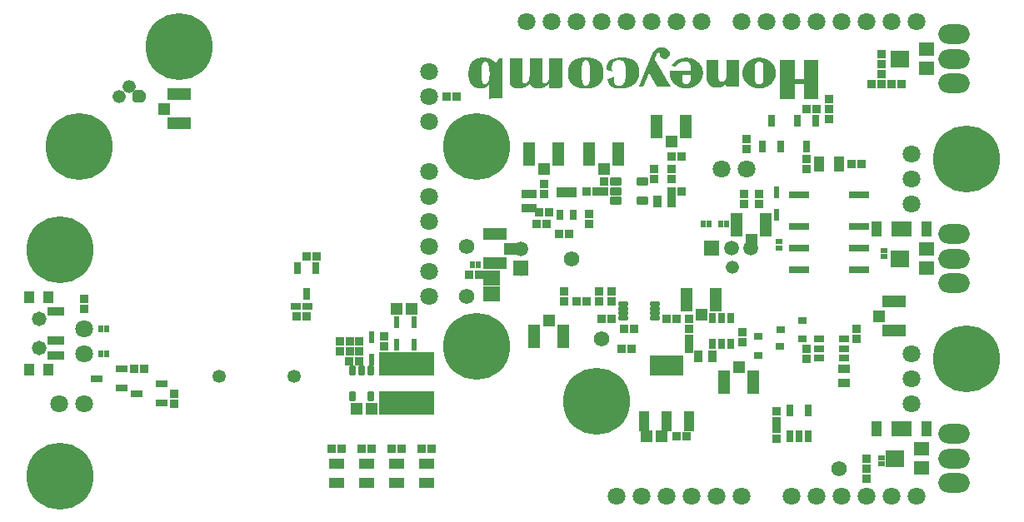
<source format=gts>
G04*
G04 #@! TF.GenerationSoftware,Altium Limited,Altium Designer,25.8.1 (18)*
G04*
G04 Layer_Color=8388736*
%FSLAX26Y26*%
%MOIN*%
G70*
G04*
G04 #@! TF.SameCoordinates,277DE813-E379-449B-8D7A-86A471DF349A*
G04*
G04*
G04 #@! TF.FilePolarity,Negative*
G04*
G01*
G75*
%ADD26R,0.081102X0.031496*%
%ADD55R,0.032000X0.074000*%
%ADD56R,0.032409X0.033984*%
%ADD57R,0.033984X0.032409*%
%ADD58R,0.047370X0.047370*%
%ADD59R,0.043433X0.063118*%
%ADD60R,0.027685X0.021779*%
%ADD61R,0.029654X0.039496*%
%ADD62R,0.224535X0.092646*%
%ADD63R,0.037528X0.029654*%
%ADD64R,0.074929X0.070992*%
%ADD65R,0.063118X0.055244*%
%ADD66R,0.035559X0.045402*%
%ADD67R,0.067000X0.036000*%
%ADD68R,0.040000X0.047000*%
G04:AMPARAMS|DCode=69|XSize=19.811mil|YSize=39.496mil|CornerRadius=5.949mil|HoleSize=0mil|Usage=FLASHONLY|Rotation=270.000|XOffset=0mil|YOffset=0mil|HoleType=Round|Shape=RoundedRectangle|*
%AMROUNDEDRECTD69*
21,1,0.019811,0.027599,0,0,270.0*
21,1,0.007913,0.039496,0,0,270.0*
1,1,0.011898,-0.013799,-0.003957*
1,1,0.011898,-0.013799,0.003957*
1,1,0.011898,0.013799,0.003957*
1,1,0.011898,0.013799,-0.003957*
%
%ADD69ROUNDEDRECTD69*%
G04:AMPARAMS|DCode=70|XSize=31.622mil|YSize=47.37mil|CornerRadius=6.008mil|HoleSize=0mil|Usage=FLASHONLY|Rotation=90.000|XOffset=0mil|YOffset=0mil|HoleType=Round|Shape=RoundedRectangle|*
%AMROUNDEDRECTD70*
21,1,0.031622,0.035354,0,0,90.0*
21,1,0.019606,0.047370,0,0,90.0*
1,1,0.012016,0.017677,0.009803*
1,1,0.012016,0.017677,-0.009803*
1,1,0.012016,-0.017677,-0.009803*
1,1,0.012016,-0.017677,0.009803*
%
%ADD70ROUNDEDRECTD70*%
G04:AMPARAMS|DCode=71|XSize=29.654mil|YSize=39.496mil|CornerRadius=5.949mil|HoleSize=0mil|Usage=FLASHONLY|Rotation=0.000|XOffset=0mil|YOffset=0mil|HoleType=Round|Shape=RoundedRectangle|*
%AMROUNDEDRECTD71*
21,1,0.029654,0.027599,0,0,0.0*
21,1,0.017756,0.039496,0,0,0.0*
1,1,0.011898,0.008878,-0.013799*
1,1,0.011898,-0.008878,-0.013799*
1,1,0.011898,-0.008878,0.013799*
1,1,0.011898,0.008878,0.013799*
%
%ADD71ROUNDEDRECTD71*%
%ADD72R,0.025716X0.041465*%
%ADD73R,0.021779X0.033591*%
%ADD74R,0.043433X0.084772*%
%ADD75R,0.133984X0.084772*%
%ADD76R,0.031622X0.049339*%
%ADD77R,0.023748X0.045402*%
%ADD78R,0.065087X0.059181*%
%ADD79R,0.045402X0.031622*%
%ADD80R,0.031622X0.045402*%
%ADD81R,0.094614X0.049339*%
%ADD82R,0.049339X0.047370*%
%ADD83R,0.039496X0.031622*%
%ADD84R,0.047370X0.049339*%
%ADD85R,0.049339X0.094614*%
%ADD86R,0.063118X0.043433*%
%ADD87R,0.039496X0.029654*%
%ADD88R,0.021779X0.027685*%
%ADD89R,0.045402X0.035559*%
%ADD90C,0.031622*%
%ADD91C,0.267842*%
%ADD92C,0.017874*%
%ADD93C,0.027874*%
%ADD94C,0.059496*%
%ADD95R,0.059496X0.059496*%
%ADD96C,0.070992*%
%ADD97C,0.028000*%
%ADD98C,0.052488*%
%ADD99P,0.039598X4X270.0*%
%ADD100C,0.058000*%
%ADD101C,0.061811*%
%ADD102O,0.126110X0.076898*%
%ADD103C,0.053150*%
%ADD104R,0.059181X0.059181*%
%ADD105C,0.059181*%
G36*
X-1321005Y1754242D02*
X-1310399D01*
Y1753684D01*
X-1303700D01*
Y1753126D01*
X-1300909D01*
Y1752568D01*
X-1297560D01*
Y1752009D01*
X-1294769D01*
Y1751451D01*
X-1293094D01*
Y1750893D01*
X-1290861D01*
Y1750335D01*
X-1289187D01*
Y1749777D01*
X-1287512D01*
Y1749218D01*
X-1285837D01*
Y1748660D01*
X-1284721D01*
Y1748102D01*
X-1283046D01*
Y1747544D01*
X-1281930D01*
Y1746986D01*
X-1280813D01*
Y1746427D01*
X-1279139D01*
Y1745869D01*
X-1278581D01*
Y1745311D01*
X-1277464D01*
Y1744753D01*
X-1276348D01*
Y1744195D01*
X-1275790D01*
Y1743636D01*
X-1274673D01*
Y1743078D01*
X-1273557D01*
Y1742520D01*
X-1272998D01*
Y1741962D01*
X-1271882D01*
Y1741403D01*
X-1271324D01*
Y1740845D01*
X-1270766D01*
Y1740287D01*
X-1270207D01*
Y1739729D01*
X-1269091D01*
Y1739171D01*
X-1268533D01*
Y1738612D01*
X-1267975D01*
Y1738054D01*
X-1267416D01*
Y1737496D01*
X-1266858D01*
Y1736938D01*
X-1266300D01*
Y1736380D01*
X-1265742D01*
Y1735821D01*
X-1265184D01*
Y1735263D01*
X-1264625D01*
Y1734705D01*
X-1264067D01*
Y1734147D01*
X-1263509D01*
Y1733030D01*
X-1262951D01*
Y1732472D01*
X-1262392D01*
Y1731914D01*
X-1261834D01*
Y1730797D01*
X-1261276D01*
Y1730239D01*
X-1260718D01*
Y1729681D01*
X-1260159D01*
Y1728565D01*
X-1259601D01*
Y1728006D01*
X-1259043D01*
Y1726890D01*
X-1258485D01*
Y1725774D01*
X-1257927D01*
Y1724657D01*
X-1257369D01*
Y1723541D01*
X-1256810D01*
Y1722424D01*
X-1256252D01*
Y1721308D01*
X-1255694D01*
Y1719633D01*
X-1255136D01*
Y1718517D01*
X-1254577D01*
Y1716284D01*
X-1254019D01*
Y1714609D01*
X-1253461D01*
Y1712935D01*
X-1252903D01*
Y1709585D01*
X-1252344D01*
Y1707352D01*
X-1251786D01*
Y1702887D01*
X-1251228D01*
Y1682233D01*
X-1251786D01*
Y1677767D01*
X-1252344D01*
Y1675534D01*
X-1252903D01*
Y1672743D01*
X-1253461D01*
Y1670510D01*
X-1254019D01*
Y1668836D01*
X-1254577D01*
Y1667161D01*
X-1255136D01*
Y1666045D01*
X-1255694D01*
Y1664370D01*
X-1256252D01*
Y1662695D01*
X-1256810D01*
Y1662137D01*
X-1257369D01*
Y1660463D01*
X-1257927D01*
Y1659346D01*
X-1258485D01*
Y1658788D01*
X-1259043D01*
Y1657671D01*
X-1259601D01*
Y1656555D01*
X-1260159D01*
Y1655997D01*
X-1260718D01*
Y1654880D01*
X-1261276D01*
Y1654322D01*
X-1261834D01*
Y1653206D01*
X-1262392D01*
Y1652648D01*
X-1262951D01*
Y1652089D01*
X-1263509D01*
Y1651531D01*
X-1264067D01*
Y1650973D01*
X-1264625D01*
Y1649856D01*
X-1265184D01*
Y1649298D01*
X-1265742D01*
Y1648740D01*
X-1266300D01*
Y1648182D01*
X-1266858D01*
Y1647624D01*
X-1267975D01*
Y1646507D01*
X-1269091D01*
Y1645949D01*
X-1269649D01*
Y1645391D01*
X-1270207D01*
Y1644832D01*
X-1271324D01*
Y1644274D01*
X-1271882D01*
Y1643716D01*
X-1272440D01*
Y1643158D01*
X-1273557D01*
Y1642600D01*
X-1274115D01*
Y1642041D01*
X-1275231D01*
Y1641483D01*
X-1275790D01*
Y1640925D01*
X-1276906D01*
Y1640367D01*
X-1278022D01*
Y1639809D01*
X-1278581D01*
Y1639250D01*
X-1280255D01*
Y1638692D01*
X-1281372D01*
Y1638134D01*
X-1282488D01*
Y1637576D01*
X-1284163D01*
Y1637017D01*
X-1284721D01*
Y1636459D01*
X-1286396D01*
Y1635901D01*
X-1288628D01*
Y1635343D01*
X-1289745D01*
Y1634785D01*
X-1291978D01*
Y1634226D01*
X-1294211D01*
Y1633668D01*
X-1295885D01*
Y1633110D01*
X-1299235D01*
Y1632552D01*
X-1302026D01*
Y1631994D01*
X-1306491D01*
Y1631435D01*
X-1313748D01*
Y1630877D01*
X-1331611D01*
Y1631435D01*
X-1338868D01*
Y1631994D01*
X-1343333D01*
Y1632552D01*
X-1345566D01*
Y1633110D01*
X-1348916D01*
Y1633668D01*
X-1351148D01*
Y1634226D01*
X-1353381D01*
Y1634785D01*
X-1355614D01*
Y1635343D01*
X-1356730D01*
Y1635901D01*
X-1358405D01*
Y1636459D01*
X-1360080D01*
Y1637017D01*
X-1361196D01*
Y1637576D01*
X-1362871D01*
Y1638134D01*
X-1363987D01*
Y1638692D01*
X-1365104D01*
Y1639250D01*
X-1366220D01*
Y1639809D01*
X-1367337D01*
Y1640367D01*
X-1368453D01*
Y1640925D01*
X-1369011D01*
Y1641483D01*
X-1370128D01*
Y1642041D01*
X-1371244D01*
Y1642600D01*
X-1371802D01*
Y1643158D01*
X-1372361D01*
Y1643716D01*
X-1373477D01*
Y1644274D01*
X-1374035D01*
Y1644832D01*
X-1374593D01*
Y1645391D01*
X-1375710D01*
Y1645949D01*
X-1376268D01*
Y1646507D01*
X-1376826D01*
Y1647065D01*
X-1377384D01*
Y1647624D01*
X-1377943D01*
Y1648182D01*
X-1378501D01*
Y1648740D01*
X-1379059D01*
Y1649298D01*
X-1379617D01*
Y1649856D01*
X-1380176D01*
Y1650415D01*
X-1380734D01*
Y1650973D01*
X-1381292D01*
Y1651531D01*
X-1381850D01*
Y1652089D01*
X-1382408D01*
Y1653206D01*
X-1382966D01*
Y1653764D01*
X-1383525D01*
Y1654880D01*
X-1384083D01*
Y1655439D01*
X-1384641D01*
Y1656555D01*
X-1385199D01*
Y1657113D01*
X-1385758D01*
Y1658230D01*
X-1386316D01*
Y1658788D01*
X-1386874D01*
Y1660463D01*
X-1387432D01*
Y1661579D01*
X-1387991D01*
Y1662137D01*
X-1388549D01*
Y1663812D01*
X-1389107D01*
Y1664928D01*
X-1389665D01*
Y1666603D01*
X-1390223D01*
Y1668277D01*
X-1390782D01*
Y1669394D01*
X-1391340D01*
Y1672185D01*
X-1391898D01*
Y1674418D01*
X-1392456D01*
Y1676651D01*
X-1393014D01*
Y1680558D01*
X-1393573D01*
Y1685024D01*
X-1394131D01*
Y1700096D01*
X-1393573D01*
Y1704561D01*
X-1393014D01*
Y1709027D01*
X-1392456D01*
Y1711260D01*
X-1391898D01*
Y1713493D01*
X-1391340D01*
Y1715726D01*
X-1390782D01*
Y1716842D01*
X-1390223D01*
Y1719075D01*
X-1389665D01*
Y1720750D01*
X-1389107D01*
Y1721308D01*
X-1388549D01*
Y1722982D01*
X-1387991D01*
Y1724099D01*
X-1387432D01*
Y1725215D01*
X-1386874D01*
Y1726332D01*
X-1386316D01*
Y1726890D01*
X-1385758D01*
Y1728006D01*
X-1385199D01*
Y1729123D01*
X-1384641D01*
Y1729681D01*
X-1384083D01*
Y1730797D01*
X-1383525D01*
Y1731356D01*
X-1382966D01*
Y1732472D01*
X-1382408D01*
Y1733030D01*
X-1381850D01*
Y1733589D01*
X-1381292D01*
Y1734147D01*
X-1380734D01*
Y1734705D01*
X-1380176D01*
Y1735263D01*
X-1379617D01*
Y1736380D01*
X-1379059D01*
Y1736938D01*
X-1378501D01*
Y1737496D01*
X-1377384D01*
Y1738054D01*
X-1376826D01*
Y1738612D01*
X-1376268D01*
Y1739171D01*
X-1375710D01*
Y1739729D01*
X-1375152D01*
Y1740287D01*
X-1374593D01*
Y1740845D01*
X-1373477D01*
Y1741403D01*
X-1372919D01*
Y1741962D01*
X-1371802D01*
Y1742520D01*
X-1371244D01*
Y1743078D01*
X-1370686D01*
Y1743636D01*
X-1369569D01*
Y1744195D01*
X-1369011D01*
Y1744753D01*
X-1367337D01*
Y1745311D01*
X-1366778D01*
Y1745869D01*
X-1365662D01*
Y1746427D01*
X-1364545D01*
Y1746986D01*
X-1363429D01*
Y1747544D01*
X-1361754D01*
Y1748102D01*
X-1360638D01*
Y1748660D01*
X-1359522D01*
Y1749218D01*
X-1357289D01*
Y1749777D01*
X-1355614D01*
Y1750335D01*
X-1354498D01*
Y1750893D01*
X-1351707D01*
Y1751451D01*
X-1350032D01*
Y1752009D01*
X-1347241D01*
Y1752568D01*
X-1343892D01*
Y1753126D01*
X-1341101D01*
Y1753684D01*
X-1334960D01*
Y1754242D01*
X-1323796D01*
Y1754801D01*
X-1323238D01*
Y1754242D01*
X-1322121D01*
Y1754801D01*
X-1321005D01*
Y1754242D01*
D02*
G37*
G36*
X-1013987Y1794992D02*
X-1011754D01*
Y1794434D01*
X-1008963D01*
Y1793876D01*
X-1006731D01*
Y1793317D01*
X-1005614D01*
Y1792759D01*
X-1003939D01*
Y1792201D01*
X-1002823D01*
Y1791643D01*
X-1001707D01*
Y1791084D01*
X-1000590D01*
Y1790526D01*
X-999474D01*
Y1789968D01*
X-998915D01*
Y1789410D01*
X-997799D01*
Y1788852D01*
X-997241D01*
Y1788293D01*
X-996124D01*
Y1787735D01*
X-995566D01*
Y1787177D01*
X-995008D01*
Y1786619D01*
X-994450D01*
Y1786061D01*
X-993892D01*
Y1785502D01*
X-993333D01*
Y1784944D01*
X-992775D01*
Y1784386D01*
X-992217D01*
Y1783270D01*
X-991659D01*
Y1782711D01*
X-991101D01*
Y1782153D01*
X-990542D01*
Y1781037D01*
X-989984D01*
Y1780478D01*
X-989426D01*
Y1779362D01*
X-988868D01*
Y1778246D01*
X-988309D01*
Y1777129D01*
X-987751D01*
Y1774896D01*
X-987193D01*
Y1773222D01*
X-986635D01*
Y1764848D01*
X-987193D01*
Y1763174D01*
X-987751D01*
Y1761499D01*
X-988309D01*
Y1760383D01*
X-988868D01*
Y1759266D01*
X-989426D01*
Y1758150D01*
X-989984D01*
Y1757592D01*
X-990542D01*
Y1757034D01*
X-991101D01*
Y1756475D01*
X-991659D01*
Y1755359D01*
X-992217D01*
Y1754801D01*
X-992775D01*
Y1754242D01*
X-993892D01*
Y1753684D01*
X-994450D01*
Y1753126D01*
X-995008D01*
Y1752568D01*
X-996124D01*
Y1752009D01*
X-996683D01*
Y1751451D01*
X-997799D01*
Y1750893D01*
X-999474D01*
Y1750335D01*
X-1000590D01*
Y1749777D01*
X-1002823D01*
Y1749218D01*
X-1010638D01*
Y1749777D01*
X-1012871D01*
Y1750335D01*
X-1013987D01*
Y1750893D01*
X-1015662D01*
Y1751451D01*
X-1016778D01*
Y1752009D01*
X-1017337D01*
Y1752568D01*
X-1018453D01*
Y1753126D01*
X-1019011D01*
Y1753684D01*
X-1020128D01*
Y1754242D01*
X-1020686D01*
Y1754801D01*
X-1021244D01*
Y1755359D01*
X-1021802D01*
Y1755917D01*
X-1022361D01*
Y1757034D01*
X-1022919D01*
Y1757592D01*
X-1023477D01*
Y1758150D01*
X-1024035D01*
Y1759266D01*
X-1024593D01*
Y1760383D01*
X-1025152D01*
Y1761499D01*
X-1025710D01*
Y1763174D01*
X-1026268D01*
Y1764848D01*
X-1026826D01*
Y1769872D01*
X-1027384D01*
Y1770989D01*
X-1027943D01*
Y1772105D01*
X-1028501D01*
Y1772663D01*
X-1029059D01*
Y1773222D01*
X-1030176D01*
Y1773780D01*
X-1033525D01*
Y1773222D01*
X-1035199D01*
Y1772663D01*
X-1035758D01*
Y1772105D01*
X-1036316D01*
Y1771547D01*
X-1036874D01*
Y1770989D01*
X-1037432D01*
Y1770431D01*
X-1037991D01*
Y1769314D01*
X-1038549D01*
Y1767639D01*
X-1039107D01*
Y1767081D01*
X-1039665D01*
Y1765407D01*
X-1040223D01*
Y1763732D01*
X-1040782D01*
Y1762616D01*
X-1041340D01*
Y1760941D01*
X-1041898D01*
Y1759824D01*
X-1042456D01*
Y1758708D01*
X-1043014D01*
Y1757034D01*
X-1043573D01*
Y1755917D01*
X-1044131D01*
Y1754242D01*
X-1044689D01*
Y1752568D01*
X-1045247D01*
Y1752009D01*
X-1045805D01*
Y1750335D01*
X-1046364D01*
Y1748660D01*
X-1046922D01*
Y1746986D01*
X-1046364D01*
Y1746427D01*
X-1045805D01*
Y1745311D01*
X-1045247D01*
Y1744195D01*
X-1044689D01*
Y1743078D01*
X-1044131D01*
Y1742520D01*
X-1043573D01*
Y1741403D01*
X-1043014D01*
Y1740287D01*
X-1042456D01*
Y1739729D01*
X-1041898D01*
Y1738612D01*
X-1041340D01*
Y1737496D01*
X-1040782D01*
Y1736938D01*
X-1040223D01*
Y1735821D01*
X-1039665D01*
Y1734705D01*
X-1039107D01*
Y1734147D01*
X-1038549D01*
Y1733030D01*
X-1037991D01*
Y1731914D01*
X-1037432D01*
Y1730797D01*
X-1036874D01*
Y1729681D01*
X-1036316D01*
Y1729123D01*
X-1035758D01*
Y1728006D01*
X-1035199D01*
Y1726890D01*
X-1034641D01*
Y1726332D01*
X-1034083D01*
Y1725215D01*
X-1033525D01*
Y1724099D01*
X-1032966D01*
Y1723541D01*
X-1032408D01*
Y1722424D01*
X-1031850D01*
Y1721308D01*
X-1031292D01*
Y1720191D01*
X-1030734D01*
Y1719633D01*
X-1030176D01*
Y1718517D01*
X-1029617D01*
Y1717400D01*
X-1029059D01*
Y1716842D01*
X-1028501D01*
Y1715726D01*
X-1027943D01*
Y1714609D01*
X-1027384D01*
Y1714051D01*
X-1026826D01*
Y1712935D01*
X-1026268D01*
Y1711818D01*
X-1025710D01*
Y1711260D01*
X-1025152D01*
Y1710143D01*
X-1024593D01*
Y1709027D01*
X-1024035D01*
Y1707911D01*
X-1023477D01*
Y1706794D01*
X-1022919D01*
Y1706236D01*
X-1022361D01*
Y1705120D01*
X-1021802D01*
Y1704003D01*
X-1021244D01*
Y1703445D01*
X-1020686D01*
Y1702329D01*
X-1020128D01*
Y1701212D01*
X-1019569D01*
Y1700654D01*
X-1019011D01*
Y1699537D01*
X-1018453D01*
Y1698421D01*
X-1017895D01*
Y1697305D01*
X-1017337D01*
Y1696746D01*
X-1016778D01*
Y1695630D01*
X-1016220D01*
Y1694514D01*
X-1015662D01*
Y1693955D01*
X-1015104D01*
Y1692839D01*
X-1014545D01*
Y1691722D01*
X-1013987D01*
Y1691164D01*
X-1013429D01*
Y1690048D01*
X-1012871D01*
Y1688931D01*
X-1012313D01*
Y1688373D01*
X-1011754D01*
Y1687257D01*
X-1011196D01*
Y1686140D01*
X-1010638D01*
Y1685024D01*
X-1010080D01*
Y1683908D01*
X-1009522D01*
Y1683349D01*
X-1008963D01*
Y1682233D01*
X-1008405D01*
Y1681116D01*
X-1007847D01*
Y1680558D01*
X-1007289D01*
Y1679442D01*
X-1006731D01*
Y1678325D01*
X-1006172D01*
Y1677767D01*
X-1005614D01*
Y1676651D01*
X-1005056D01*
Y1675534D01*
X-1004498D01*
Y1674418D01*
X-1003939D01*
Y1673860D01*
X-1003381D01*
Y1672743D01*
X-1002823D01*
Y1671627D01*
X-1002265D01*
Y1671069D01*
X-1001707D01*
Y1669952D01*
X-1001148D01*
Y1668836D01*
X-1000590D01*
Y1668277D01*
X-1000032D01*
Y1667161D01*
X-999474D01*
Y1666045D01*
X-998915D01*
Y1665486D01*
X-998357D01*
Y1664370D01*
X-997799D01*
Y1663254D01*
X-997241D01*
Y1662137D01*
X-996683D01*
Y1661021D01*
X-996124D01*
Y1660463D01*
X-995566D01*
Y1659346D01*
X-995008D01*
Y1658230D01*
X-994450D01*
Y1657671D01*
X-993892D01*
Y1656555D01*
X-993333D01*
Y1655439D01*
X-992775D01*
Y1654880D01*
X-992217D01*
Y1653764D01*
X-991659D01*
Y1652648D01*
X-991101D01*
Y1651531D01*
X-990542D01*
Y1650973D01*
X-989984D01*
Y1649856D01*
X-989426D01*
Y1648740D01*
X-988868D01*
Y1648182D01*
X-988309D01*
Y1647065D01*
X-987751D01*
Y1645949D01*
X-987193D01*
Y1645391D01*
X-986635D01*
Y1644274D01*
X-986077D01*
Y1643158D01*
X-985518D01*
Y1642600D01*
X-984960D01*
Y1641483D01*
X-984402D01*
Y1640367D01*
X-983844D01*
Y1639250D01*
X-983285D01*
Y1638134D01*
X-982727D01*
Y1637576D01*
X-982169D01*
Y1637017D01*
X-982727D01*
Y1636459D01*
X-983285D01*
Y1637017D01*
X-1037432D01*
Y1638134D01*
X-1037991D01*
Y1638692D01*
X-1038549D01*
Y1639809D01*
X-1039107D01*
Y1640925D01*
X-1039665D01*
Y1641483D01*
X-1040223D01*
Y1642600D01*
X-1040782D01*
Y1643716D01*
X-1041340D01*
Y1644832D01*
X-1041898D01*
Y1645391D01*
X-1042456D01*
Y1646507D01*
X-1043014D01*
Y1647624D01*
X-1043573D01*
Y1648182D01*
X-1044131D01*
Y1649298D01*
X-1044689D01*
Y1650415D01*
X-1045247D01*
Y1650973D01*
X-1045805D01*
Y1652089D01*
X-1046364D01*
Y1653206D01*
X-1046922D01*
Y1653764D01*
X-1047480D01*
Y1654880D01*
X-1048038D01*
Y1655997D01*
X-1048597D01*
Y1657113D01*
X-1049155D01*
Y1658230D01*
X-1049713D01*
Y1658788D01*
X-1050271D01*
Y1659904D01*
X-1050829D01*
Y1661021D01*
X-1051388D01*
Y1661579D01*
X-1051946D01*
Y1662695D01*
X-1052504D01*
Y1663812D01*
X-1053062D01*
Y1664370D01*
X-1053620D01*
Y1665486D01*
X-1054179D01*
Y1666603D01*
X-1054737D01*
Y1667719D01*
X-1055295D01*
Y1668277D01*
X-1055853D01*
Y1669394D01*
X-1056411D01*
Y1670510D01*
X-1056970D01*
Y1671069D01*
X-1057528D01*
Y1672185D01*
X-1058086D01*
Y1673301D01*
X-1058644D01*
Y1673860D01*
X-1059203D01*
Y1674976D01*
X-1059761D01*
Y1676092D01*
X-1060319D01*
Y1676651D01*
X-1060877D01*
Y1678325D01*
X-1061435D01*
Y1678883D01*
X-1061994D01*
Y1680000D01*
X-1062552D01*
Y1681116D01*
X-1063110D01*
Y1681675D01*
X-1063668D01*
Y1682791D01*
X-1064226D01*
Y1683908D01*
X-1064785D01*
Y1684466D01*
X-1065343D01*
Y1685582D01*
X-1065901D01*
Y1686698D01*
X-1066459D01*
Y1687257D01*
X-1067018D01*
Y1688373D01*
X-1067576D01*
Y1689490D01*
X-1068134D01*
Y1690606D01*
X-1068692D01*
Y1691722D01*
X-1069250D01*
Y1692281D01*
X-1069809D01*
Y1691722D01*
X-1070367D01*
Y1690606D01*
X-1070925D01*
Y1689490D01*
X-1071483D01*
Y1687815D01*
X-1072042D01*
Y1686698D01*
X-1072600D01*
Y1685024D01*
X-1073158D01*
Y1683908D01*
X-1073716D01*
Y1682791D01*
X-1074274D01*
Y1681116D01*
X-1074833D01*
Y1680000D01*
X-1075391D01*
Y1678883D01*
X-1075949D01*
Y1677209D01*
X-1076507D01*
Y1676092D01*
X-1077065D01*
Y1674418D01*
X-1077624D01*
Y1673301D01*
X-1078182D01*
Y1672185D01*
X-1078740D01*
Y1670510D01*
X-1079298D01*
Y1669394D01*
X-1079857D01*
Y1667719D01*
X-1080415D01*
Y1666603D01*
X-1080973D01*
Y1665486D01*
X-1081531D01*
Y1663812D01*
X-1082089D01*
Y1662695D01*
X-1082648D01*
Y1661021D01*
X-1083206D01*
Y1659904D01*
X-1083764D01*
Y1658788D01*
X-1084322D01*
Y1657113D01*
X-1084880D01*
Y1655439D01*
X-1085439D01*
Y1654880D01*
X-1085997D01*
Y1653206D01*
X-1086555D01*
Y1651531D01*
X-1087113D01*
Y1650415D01*
X-1087671D01*
Y1648740D01*
X-1088230D01*
Y1647624D01*
X-1088788D01*
Y1646507D01*
X-1089346D01*
Y1644832D01*
X-1089904D01*
Y1643716D01*
X-1090463D01*
Y1642041D01*
X-1091021D01*
Y1640925D01*
X-1091579D01*
Y1639809D01*
X-1092137D01*
Y1638134D01*
X-1092695D01*
Y1637017D01*
X-1110558D01*
Y1637576D01*
X-1111117D01*
Y1638692D01*
X-1110558D01*
Y1639809D01*
X-1110000D01*
Y1641483D01*
X-1109442D01*
Y1642600D01*
X-1108884D01*
Y1643716D01*
X-1108325D01*
Y1645391D01*
X-1107767D01*
Y1646507D01*
X-1107209D01*
Y1648182D01*
X-1106651D01*
Y1649298D01*
X-1106092D01*
Y1650415D01*
X-1105534D01*
Y1652089D01*
X-1104976D01*
Y1653206D01*
X-1104418D01*
Y1654880D01*
X-1103860D01*
Y1655997D01*
X-1103302D01*
Y1657113D01*
X-1102743D01*
Y1658788D01*
X-1102185D01*
Y1659904D01*
X-1101627D01*
Y1661021D01*
X-1101069D01*
Y1662695D01*
X-1100510D01*
Y1663812D01*
X-1099952D01*
Y1665486D01*
X-1099394D01*
Y1667161D01*
X-1098836D01*
Y1667719D01*
X-1098278D01*
Y1669394D01*
X-1097719D01*
Y1671069D01*
X-1097161D01*
Y1672185D01*
X-1096603D01*
Y1673860D01*
X-1096045D01*
Y1674976D01*
X-1095486D01*
Y1676092D01*
X-1094928D01*
Y1677767D01*
X-1094370D01*
Y1678883D01*
X-1093812D01*
Y1680558D01*
X-1093254D01*
Y1681675D01*
X-1092695D01*
Y1682791D01*
X-1092137D01*
Y1684466D01*
X-1091579D01*
Y1685582D01*
X-1091021D01*
Y1687257D01*
X-1090463D01*
Y1688373D01*
X-1089904D01*
Y1689490D01*
X-1089346D01*
Y1691164D01*
X-1088788D01*
Y1692281D01*
X-1088230D01*
Y1693397D01*
X-1087671D01*
Y1695072D01*
X-1087113D01*
Y1696188D01*
X-1086555D01*
Y1697863D01*
X-1085997D01*
Y1699537D01*
X-1085439D01*
Y1700654D01*
X-1084880D01*
Y1701770D01*
X-1084322D01*
Y1703445D01*
X-1083764D01*
Y1704561D01*
X-1083206D01*
Y1706236D01*
X-1082648D01*
Y1707352D01*
X-1082089D01*
Y1708469D01*
X-1081531D01*
Y1710143D01*
X-1080973D01*
Y1711260D01*
X-1080415D01*
Y1712935D01*
X-1079857D01*
Y1714051D01*
X-1079298D01*
Y1715167D01*
X-1078740D01*
Y1716842D01*
X-1078182D01*
Y1717958D01*
X-1077624D01*
Y1719633D01*
X-1077065D01*
Y1720750D01*
X-1076507D01*
Y1721866D01*
X-1075949D01*
Y1723541D01*
X-1075391D01*
Y1724657D01*
X-1074833D01*
Y1726332D01*
X-1074274D01*
Y1728006D01*
X-1073716D01*
Y1728565D01*
X-1073158D01*
Y1730239D01*
X-1072600D01*
Y1731914D01*
X-1072042D01*
Y1733030D01*
X-1071483D01*
Y1734147D01*
X-1070925D01*
Y1735821D01*
X-1070367D01*
Y1736938D01*
X-1069809D01*
Y1738612D01*
X-1069250D01*
Y1739729D01*
X-1068692D01*
Y1740845D01*
X-1068134D01*
Y1742520D01*
X-1067576D01*
Y1743636D01*
X-1067018D01*
Y1745311D01*
X-1066459D01*
Y1746427D01*
X-1065901D01*
Y1747544D01*
X-1065343D01*
Y1749218D01*
X-1064785D01*
Y1750335D01*
X-1064226D01*
Y1752009D01*
X-1063668D01*
Y1753126D01*
X-1063110D01*
Y1754242D01*
X-1062552D01*
Y1755917D01*
X-1061994D01*
Y1757034D01*
X-1061435D01*
Y1758708D01*
X-1060877D01*
Y1759824D01*
X-1060319D01*
Y1760941D01*
X-1059761D01*
Y1762616D01*
X-1059203D01*
Y1764290D01*
X-1058644D01*
Y1765407D01*
X-1058086D01*
Y1766523D01*
X-1057528D01*
Y1768198D01*
X-1056970D01*
Y1769314D01*
X-1056411D01*
Y1770431D01*
X-1055853D01*
Y1771547D01*
X-1055295D01*
Y1772663D01*
X-1054737D01*
Y1773780D01*
X-1054179D01*
Y1774338D01*
X-1053620D01*
Y1775455D01*
X-1053062D01*
Y1776571D01*
X-1052504D01*
Y1777129D01*
X-1051946D01*
Y1778246D01*
X-1051388D01*
Y1778804D01*
X-1050829D01*
Y1779920D01*
X-1050271D01*
Y1780478D01*
X-1049713D01*
Y1781037D01*
X-1049155D01*
Y1782153D01*
X-1048597D01*
Y1782711D01*
X-1048038D01*
Y1783270D01*
X-1047480D01*
Y1783828D01*
X-1046922D01*
Y1784386D01*
X-1046364D01*
Y1784944D01*
X-1045805D01*
Y1785502D01*
X-1045247D01*
Y1786061D01*
X-1044689D01*
Y1786619D01*
X-1043573D01*
Y1787177D01*
X-1043014D01*
Y1787735D01*
X-1042456D01*
Y1788293D01*
X-1041340D01*
Y1788852D01*
X-1040782D01*
Y1789410D01*
X-1040223D01*
Y1789968D01*
X-1039107D01*
Y1790526D01*
X-1037991D01*
Y1791084D01*
X-1036874D01*
Y1791643D01*
X-1035758D01*
Y1792201D01*
X-1034641D01*
Y1792759D01*
X-1032966D01*
Y1793317D01*
X-1031850D01*
Y1793876D01*
X-1029617D01*
Y1794434D01*
X-1026826D01*
Y1794992D01*
X-1024593D01*
Y1795550D01*
X-1013987D01*
Y1794992D01*
D02*
G37*
G36*
X-392137Y1588453D02*
X-450750D01*
Y1649298D01*
X-451308D01*
Y1649856D01*
X-487034D01*
Y1588453D01*
X-545646D01*
Y1746427D01*
X-487034D01*
Y1668277D01*
X-486475D01*
Y1667719D01*
X-485359D01*
Y1668277D01*
X-484801D01*
Y1667719D01*
X-452983D01*
Y1668277D01*
X-452424D01*
Y1667719D01*
X-451308D01*
Y1668277D01*
X-450750D01*
Y1746427D01*
X-392137D01*
Y1588453D01*
D02*
G37*
G36*
X-710877Y1637017D02*
X-758884D01*
Y1637576D01*
X-759442D01*
Y1638134D01*
X-760000D01*
Y1640367D01*
X-760558D01*
Y1642041D01*
X-761116D01*
Y1643158D01*
X-761675D01*
Y1645391D01*
X-762233D01*
Y1646507D01*
X-762791D01*
Y1647065D01*
X-763349D01*
Y1646507D01*
X-764466D01*
Y1645949D01*
X-765024D01*
Y1645391D01*
X-765582D01*
Y1644832D01*
X-766140D01*
Y1644274D01*
X-767257D01*
Y1643716D01*
X-767815D01*
Y1643158D01*
X-768932D01*
Y1642600D01*
X-769490D01*
Y1642041D01*
X-770606D01*
Y1641483D01*
X-771164D01*
Y1640925D01*
X-772281D01*
Y1640367D01*
X-773397D01*
Y1639809D01*
X-773955D01*
Y1639250D01*
X-775630D01*
Y1638692D01*
X-776746D01*
Y1638134D01*
X-777863D01*
Y1637576D01*
X-779538D01*
Y1637017D01*
X-780654D01*
Y1636459D01*
X-782329D01*
Y1635901D01*
X-784003D01*
Y1635343D01*
X-785678D01*
Y1634785D01*
X-788469D01*
Y1634226D01*
X-792376D01*
Y1633668D01*
X-803541D01*
Y1634226D01*
X-807448D01*
Y1634785D01*
X-810239D01*
Y1635343D01*
X-811356D01*
Y1635901D01*
X-813589D01*
Y1636459D01*
X-814705D01*
Y1637017D01*
X-815821D01*
Y1637576D01*
X-817496D01*
Y1638134D01*
X-818054D01*
Y1638692D01*
X-819171D01*
Y1639250D01*
X-820287D01*
Y1639809D01*
X-821404D01*
Y1640367D01*
X-821962D01*
Y1640925D01*
X-823078D01*
Y1641483D01*
X-823636D01*
Y1642041D01*
X-824195D01*
Y1642600D01*
X-825311D01*
Y1643158D01*
X-825869D01*
Y1643716D01*
X-826428D01*
Y1644274D01*
X-826986D01*
Y1644832D01*
X-827544D01*
Y1645391D01*
X-828102D01*
Y1645949D01*
X-828660D01*
Y1646507D01*
X-829218D01*
Y1647065D01*
X-829777D01*
Y1647624D01*
X-830335D01*
Y1648740D01*
X-830893D01*
Y1649298D01*
X-831451D01*
Y1649856D01*
X-832010D01*
Y1650973D01*
X-832568D01*
Y1651531D01*
X-833126D01*
Y1652648D01*
X-833684D01*
Y1653206D01*
X-834242D01*
Y1654322D01*
X-834801D01*
Y1655439D01*
X-835359D01*
Y1656555D01*
X-835917D01*
Y1658230D01*
X-836475D01*
Y1659346D01*
X-837034D01*
Y1661021D01*
X-837592D01*
Y1663254D01*
X-838150D01*
Y1664928D01*
X-838708D01*
Y1668277D01*
X-839266D01*
Y1746427D01*
X-791260D01*
Y1669394D01*
X-790702D01*
Y1667161D01*
X-790144D01*
Y1665486D01*
X-789585D01*
Y1664370D01*
X-789027D01*
Y1663254D01*
X-788469D01*
Y1662695D01*
X-787911D01*
Y1662137D01*
X-787352D01*
Y1661579D01*
X-786794D01*
Y1661021D01*
X-786236D01*
Y1660463D01*
X-785120D01*
Y1659904D01*
X-784003D01*
Y1659346D01*
X-782887D01*
Y1658788D01*
X-780096D01*
Y1658230D01*
X-773955D01*
Y1658788D01*
X-771722D01*
Y1659346D01*
X-770606D01*
Y1659904D01*
X-769490D01*
Y1660463D01*
X-768373D01*
Y1661021D01*
X-767815D01*
Y1661579D01*
X-766699D01*
Y1662137D01*
X-766140D01*
Y1662695D01*
X-765582D01*
Y1663254D01*
X-765024D01*
Y1663812D01*
X-764466D01*
Y1664928D01*
X-763908D01*
Y1665486D01*
X-763349D01*
Y1666045D01*
X-762791D01*
Y1667161D01*
X-762233D01*
Y1667719D01*
X-761675D01*
Y1669394D01*
X-761116D01*
Y1670510D01*
X-760558D01*
Y1672185D01*
X-760000D01*
Y1674976D01*
X-759442D01*
Y1677767D01*
X-758884D01*
Y1746427D01*
X-710877D01*
Y1637017D01*
D02*
G37*
G36*
X-1416459Y1633668D02*
X-1422042D01*
Y1633110D01*
X-1442695D01*
Y1632552D01*
X-1449394D01*
Y1631994D01*
X-1457209D01*
Y1631435D01*
X-1463349D01*
Y1630877D01*
X-1468373D01*
Y1631435D01*
X-1468931D01*
Y1649298D01*
X-1468373D01*
Y1649856D01*
X-1468931D01*
Y1650415D01*
X-1469490D01*
Y1649856D01*
X-1470048D01*
Y1649298D01*
X-1470606D01*
Y1648740D01*
X-1471164D01*
Y1648182D01*
X-1471723D01*
Y1647624D01*
X-1472281D01*
Y1647065D01*
X-1472839D01*
Y1646507D01*
X-1473397D01*
Y1645949D01*
X-1473955D01*
Y1645391D01*
X-1474514D01*
Y1644832D01*
X-1475072D01*
Y1644274D01*
X-1476188D01*
Y1643716D01*
X-1476746D01*
Y1643158D01*
X-1477305D01*
Y1642600D01*
X-1477863D01*
Y1642041D01*
X-1478979D01*
Y1641483D01*
X-1479537D01*
Y1640925D01*
X-1480654D01*
Y1640367D01*
X-1481212D01*
Y1639809D01*
X-1482329D01*
Y1639250D01*
X-1482887D01*
Y1638692D01*
X-1484003D01*
Y1638134D01*
X-1485120D01*
Y1637576D01*
X-1486236D01*
Y1637017D01*
X-1486794D01*
Y1636459D01*
X-1488469D01*
Y1635901D01*
X-1489585D01*
Y1635343D01*
X-1490702D01*
Y1634785D01*
X-1492376D01*
Y1634226D01*
X-1494051D01*
Y1633668D01*
X-1495168D01*
Y1633110D01*
X-1497959D01*
Y1632552D01*
X-1499633D01*
Y1631994D01*
X-1502424D01*
Y1631435D01*
X-1506890D01*
Y1630877D01*
X-1520287D01*
Y1631435D01*
X-1524195D01*
Y1631994D01*
X-1526428D01*
Y1632552D01*
X-1527544D01*
Y1633110D01*
X-1529777D01*
Y1633668D01*
X-1530893D01*
Y1634226D01*
X-1532010D01*
Y1634785D01*
X-1533126D01*
Y1635343D01*
X-1533684D01*
Y1635901D01*
X-1534801D01*
Y1636459D01*
X-1535917D01*
Y1637017D01*
X-1536475D01*
Y1637576D01*
X-1537592D01*
Y1638134D01*
X-1538150D01*
Y1638692D01*
X-1538708D01*
Y1639250D01*
X-1539266D01*
Y1639809D01*
X-1539825D01*
Y1640367D01*
X-1540383D01*
Y1640925D01*
X-1540941D01*
Y1641483D01*
X-1541499D01*
Y1642041D01*
X-1542057D01*
Y1642600D01*
X-1542616D01*
Y1643158D01*
X-1543174D01*
Y1643716D01*
X-1543732D01*
Y1644274D01*
X-1544290D01*
Y1644832D01*
X-1544849D01*
Y1645949D01*
X-1545407D01*
Y1646507D01*
X-1545965D01*
Y1647624D01*
X-1546523D01*
Y1648182D01*
X-1547081D01*
Y1649298D01*
X-1548756D01*
Y1648182D01*
X-1549314D01*
Y1647624D01*
X-1549872D01*
Y1647065D01*
X-1550431D01*
Y1646507D01*
X-1550989D01*
Y1645949D01*
X-1551547D01*
Y1645391D01*
X-1552105D01*
Y1644832D01*
X-1553222D01*
Y1644274D01*
X-1553780D01*
Y1643716D01*
X-1554338D01*
Y1643158D01*
X-1554896D01*
Y1642600D01*
X-1555455D01*
Y1642041D01*
X-1556571D01*
Y1641483D01*
X-1557129D01*
Y1640925D01*
X-1557687D01*
Y1640367D01*
X-1558804D01*
Y1639809D01*
X-1559362D01*
Y1639250D01*
X-1560478D01*
Y1638692D01*
X-1561595D01*
Y1638134D01*
X-1562153D01*
Y1637576D01*
X-1563270D01*
Y1637017D01*
X-1564386D01*
Y1636459D01*
X-1565502D01*
Y1635901D01*
X-1566619D01*
Y1635343D01*
X-1567735D01*
Y1634785D01*
X-1569410D01*
Y1634226D01*
X-1570526D01*
Y1633668D01*
X-1572201D01*
Y1633110D01*
X-1574434D01*
Y1632552D01*
X-1576109D01*
Y1631994D01*
X-1578341D01*
Y1631435D01*
X-1582249D01*
Y1630877D01*
X-1586156D01*
Y1630319D01*
X-1596762D01*
Y1630877D01*
X-1600670D01*
Y1631435D01*
X-1604577D01*
Y1631994D01*
X-1606810D01*
Y1632552D01*
X-1608485D01*
Y1633110D01*
X-1610718D01*
Y1633668D01*
X-1611834D01*
Y1634226D01*
X-1612951D01*
Y1634785D01*
X-1614067D01*
Y1635343D01*
X-1614625D01*
Y1635901D01*
X-1615742D01*
Y1636459D01*
X-1616858D01*
Y1637017D01*
X-1617416D01*
Y1637576D01*
X-1617975D01*
Y1638134D01*
X-1619091D01*
Y1638692D01*
X-1619649D01*
Y1639250D01*
X-1620207D01*
Y1639809D01*
X-1620766D01*
Y1640925D01*
X-1621324D01*
Y1641483D01*
X-1621882D01*
Y1642041D01*
X-1622440D01*
Y1642600D01*
X-1622998D01*
Y1643716D01*
X-1623557D01*
Y1644832D01*
X-1624115D01*
Y1645949D01*
X-1624673D01*
Y1646507D01*
X-1625231D01*
Y1648740D01*
X-1625790D01*
Y1649856D01*
X-1626348D01*
Y1652089D01*
X-1626906D01*
Y1657113D01*
X-1627464D01*
Y1714609D01*
Y1715167D01*
Y1751451D01*
X-1626906D01*
Y1752009D01*
X-1575550D01*
Y1751451D01*
X-1574992D01*
Y1658788D01*
X-1574434D01*
Y1656555D01*
X-1573876D01*
Y1655439D01*
X-1573317D01*
Y1654322D01*
X-1572759D01*
Y1653764D01*
X-1572201D01*
Y1653206D01*
X-1571643D01*
Y1652648D01*
X-1570526D01*
Y1652089D01*
X-1568293D01*
Y1651531D01*
X-1564944D01*
Y1652089D01*
X-1562153D01*
Y1652648D01*
X-1559920D01*
Y1653206D01*
X-1559362D01*
Y1653764D01*
X-1558246D01*
Y1654322D01*
X-1557129D01*
Y1654880D01*
X-1556571D01*
Y1655439D01*
X-1556013D01*
Y1655997D01*
X-1555455D01*
Y1656555D01*
X-1554896D01*
Y1657113D01*
X-1554338D01*
Y1657671D01*
X-1553780D01*
Y1658788D01*
X-1553222D01*
Y1659346D01*
X-1552664D01*
Y1660463D01*
X-1552105D01*
Y1661579D01*
X-1551547D01*
Y1662137D01*
X-1550989D01*
Y1663812D01*
X-1550431D01*
Y1665486D01*
X-1549872D01*
Y1667161D01*
X-1549314D01*
Y1669952D01*
X-1548756D01*
Y1672743D01*
X-1548198D01*
Y1678325D01*
X-1547640D01*
Y1752009D01*
X-1495726D01*
Y1662137D01*
X-1495168D01*
Y1658788D01*
X-1494609D01*
Y1656555D01*
X-1494051D01*
Y1655439D01*
X-1493493D01*
Y1654880D01*
X-1492935D01*
Y1653764D01*
X-1492376D01*
Y1653206D01*
X-1491818D01*
Y1652648D01*
X-1490144D01*
Y1652089D01*
X-1484003D01*
Y1652648D01*
X-1481770D01*
Y1653206D01*
X-1480654D01*
Y1653764D01*
X-1479537D01*
Y1654322D01*
X-1478421D01*
Y1654880D01*
X-1477863D01*
Y1655439D01*
X-1477305D01*
Y1655997D01*
X-1476746D01*
Y1656555D01*
X-1476188D01*
Y1657113D01*
X-1475630D01*
Y1657671D01*
X-1475072D01*
Y1658230D01*
X-1474514D01*
Y1659346D01*
X-1473955D01*
Y1659904D01*
X-1473397D01*
Y1661021D01*
X-1472839D01*
Y1662137D01*
X-1472281D01*
Y1663254D01*
X-1471723D01*
Y1664928D01*
X-1471164D01*
Y1666045D01*
X-1470606D01*
Y1668277D01*
X-1470048D01*
Y1671069D01*
X-1469490D01*
Y1674418D01*
X-1468931D01*
Y1751451D01*
X-1468373D01*
Y1752009D01*
X-1416459D01*
Y1633668D01*
D02*
G37*
G36*
X-1180335Y1754242D02*
X-1166938D01*
Y1753684D01*
X-1160239D01*
Y1753126D01*
X-1157448D01*
Y1752568D01*
X-1154099D01*
Y1752009D01*
X-1151308D01*
Y1751451D01*
X-1149633D01*
Y1750893D01*
X-1146842D01*
Y1750335D01*
X-1145726D01*
Y1749777D01*
X-1144051D01*
Y1749218D01*
X-1141818D01*
Y1748660D01*
X-1140702D01*
Y1748102D01*
X-1139585D01*
Y1747544D01*
X-1137911D01*
Y1746986D01*
X-1136794D01*
Y1746427D01*
X-1135678D01*
Y1745869D01*
X-1134561D01*
Y1745311D01*
X-1133445D01*
Y1744753D01*
X-1132329D01*
Y1744195D01*
X-1131770D01*
Y1743636D01*
X-1130654D01*
Y1743078D01*
X-1130096D01*
Y1742520D01*
X-1128979D01*
Y1741962D01*
X-1128421D01*
Y1741403D01*
X-1127863D01*
Y1740845D01*
X-1126746D01*
Y1740287D01*
X-1126188D01*
Y1739729D01*
X-1125630D01*
Y1739171D01*
X-1125072D01*
Y1738612D01*
X-1123955D01*
Y1738054D01*
X-1123397D01*
Y1737496D01*
X-1122839D01*
Y1736938D01*
X-1122281D01*
Y1736380D01*
X-1121723D01*
Y1735263D01*
X-1121164D01*
Y1734705D01*
X-1120606D01*
Y1734147D01*
X-1120048D01*
Y1733589D01*
X-1119490D01*
Y1733030D01*
X-1118931D01*
Y1731914D01*
X-1118373D01*
Y1731356D01*
X-1117815D01*
Y1730797D01*
X-1117257D01*
Y1729681D01*
X-1116699D01*
Y1729123D01*
X-1116140D01*
Y1728006D01*
X-1115582D01*
Y1726890D01*
X-1115024D01*
Y1726332D01*
X-1114466D01*
Y1724657D01*
X-1113908D01*
Y1724099D01*
X-1113349D01*
Y1722424D01*
X-1112791D01*
Y1721308D01*
X-1112233D01*
Y1720191D01*
X-1111675D01*
Y1717958D01*
X-1111117D01*
Y1716284D01*
X-1110558D01*
Y1714609D01*
X-1110000D01*
Y1711818D01*
X-1109442D01*
Y1709585D01*
X-1108884D01*
Y1705678D01*
X-1108325D01*
Y1686140D01*
X-1108884D01*
Y1682233D01*
X-1109442D01*
Y1680000D01*
X-1110000D01*
Y1677209D01*
X-1110558D01*
Y1675534D01*
X-1111117D01*
Y1673860D01*
X-1111675D01*
Y1671627D01*
X-1112233D01*
Y1670510D01*
X-1112791D01*
Y1669394D01*
X-1113349D01*
Y1667719D01*
X-1113908D01*
Y1667161D01*
X-1114466D01*
Y1665486D01*
X-1115024D01*
Y1664370D01*
X-1115582D01*
Y1663812D01*
X-1116140D01*
Y1662695D01*
X-1116699D01*
Y1661579D01*
X-1117257D01*
Y1661021D01*
X-1117815D01*
Y1659904D01*
X-1118373D01*
Y1659346D01*
X-1118931D01*
Y1658230D01*
X-1119490D01*
Y1657671D01*
X-1120048D01*
Y1657113D01*
X-1120606D01*
Y1655997D01*
X-1121164D01*
Y1655439D01*
X-1121723D01*
Y1654880D01*
X-1122281D01*
Y1654322D01*
X-1122839D01*
Y1653764D01*
X-1123397D01*
Y1653206D01*
X-1123955D01*
Y1652648D01*
X-1124514D01*
Y1652089D01*
X-1125072D01*
Y1651531D01*
X-1125630D01*
Y1650973D01*
X-1126188D01*
Y1650415D01*
X-1126746D01*
Y1649856D01*
X-1127305D01*
Y1649298D01*
X-1127863D01*
Y1648740D01*
X-1128421D01*
Y1648182D01*
X-1128979D01*
Y1647624D01*
X-1130096D01*
Y1647065D01*
X-1130654D01*
Y1646507D01*
X-1131212D01*
Y1645949D01*
X-1131770D01*
Y1645391D01*
X-1132887D01*
Y1644832D01*
X-1133445D01*
Y1644274D01*
X-1134003D01*
Y1643716D01*
X-1135120D01*
Y1643158D01*
X-1135678D01*
Y1642600D01*
X-1136794D01*
Y1642041D01*
X-1137911D01*
Y1641483D01*
X-1138469D01*
Y1640925D01*
X-1139585D01*
Y1640367D01*
X-1140702D01*
Y1639809D01*
X-1141818D01*
Y1639250D01*
X-1142935D01*
Y1638692D01*
X-1144051D01*
Y1638134D01*
X-1145168D01*
Y1637576D01*
X-1146842D01*
Y1637017D01*
X-1147959D01*
Y1636459D01*
X-1149075D01*
Y1635901D01*
X-1151308D01*
Y1635343D01*
X-1152424D01*
Y1634785D01*
X-1154657D01*
Y1634226D01*
X-1156332D01*
Y1633668D01*
X-1158006D01*
Y1633110D01*
X-1161356D01*
Y1632552D01*
X-1163030D01*
Y1631994D01*
X-1166938D01*
Y1631435D01*
X-1171962D01*
Y1630877D01*
X-1176986D01*
Y1630319D01*
X-1191499D01*
Y1630877D01*
X-1196523D01*
Y1631435D01*
X-1200989D01*
Y1631994D01*
X-1204338D01*
Y1632552D01*
X-1206013D01*
Y1633110D01*
X-1208804D01*
Y1633668D01*
X-1210478D01*
Y1634226D01*
X-1212153D01*
Y1634785D01*
X-1213828D01*
Y1635343D01*
X-1214386D01*
Y1635901D01*
X-1216061D01*
Y1636459D01*
X-1217177D01*
Y1637017D01*
X-1218293D01*
Y1637576D01*
X-1219410D01*
Y1638134D01*
X-1219968D01*
Y1638692D01*
X-1221085D01*
Y1639250D01*
X-1221643D01*
Y1639809D01*
X-1222201D01*
Y1640367D01*
X-1223317D01*
Y1640925D01*
X-1223876D01*
Y1641483D01*
X-1224434D01*
Y1642041D01*
X-1224992D01*
Y1642600D01*
X-1225550D01*
Y1643158D01*
X-1226109D01*
Y1643716D01*
X-1226667D01*
Y1644274D01*
X-1227225D01*
Y1644832D01*
X-1227783D01*
Y1645949D01*
X-1228341D01*
Y1646507D01*
X-1228900D01*
Y1647065D01*
X-1229458D01*
Y1648182D01*
X-1230016D01*
Y1648740D01*
X-1230574D01*
Y1650415D01*
X-1231132D01*
Y1650973D01*
X-1231691D01*
Y1652648D01*
X-1232249D01*
Y1654322D01*
X-1232807D01*
Y1655439D01*
X-1233365D01*
Y1658230D01*
X-1233924D01*
Y1662137D01*
X-1234482D01*
Y1667719D01*
X-1233924D01*
Y1668277D01*
X-1232807D01*
Y1668836D01*
X-1231132D01*
Y1669394D01*
X-1230016D01*
Y1669952D01*
X-1228341D01*
Y1670510D01*
X-1226667D01*
Y1671069D01*
X-1225550D01*
Y1671627D01*
X-1223876D01*
Y1672185D01*
X-1222759D01*
Y1672743D01*
X-1221643D01*
Y1673301D01*
X-1219968D01*
Y1673860D01*
X-1218293D01*
Y1674418D01*
X-1217177D01*
Y1674976D01*
X-1215502D01*
Y1675534D01*
X-1214386D01*
Y1676092D01*
X-1212711D01*
Y1676651D01*
X-1211595D01*
Y1677209D01*
X-1210478D01*
Y1676651D01*
X-1209920D01*
Y1673860D01*
X-1210478D01*
Y1661579D01*
X-1209920D01*
Y1657113D01*
X-1209362D01*
Y1654880D01*
X-1208804D01*
Y1653206D01*
X-1208246D01*
Y1651531D01*
X-1207687D01*
Y1650415D01*
X-1207129D01*
Y1649298D01*
X-1206571D01*
Y1648740D01*
X-1206013D01*
Y1648182D01*
X-1205455D01*
Y1647065D01*
X-1204896D01*
Y1646507D01*
X-1204338D01*
Y1645949D01*
X-1203780D01*
Y1645391D01*
X-1203222D01*
Y1644832D01*
X-1202664D01*
Y1644274D01*
X-1201547D01*
Y1643716D01*
X-1200989D01*
Y1643158D01*
X-1199872D01*
Y1642600D01*
X-1198756D01*
Y1642041D01*
X-1196523D01*
Y1641483D01*
X-1194290D01*
Y1640925D01*
X-1185359D01*
Y1641483D01*
X-1183126D01*
Y1642041D01*
X-1180893D01*
Y1642600D01*
X-1179777D01*
Y1643158D01*
X-1178660D01*
Y1643716D01*
X-1177544D01*
Y1644274D01*
X-1176986D01*
Y1644832D01*
X-1175869D01*
Y1645391D01*
X-1175311D01*
Y1645949D01*
X-1174753D01*
Y1646507D01*
X-1174195D01*
Y1647065D01*
X-1173636D01*
Y1647624D01*
X-1173078D01*
Y1648182D01*
X-1172520D01*
Y1648740D01*
X-1171962D01*
Y1649298D01*
X-1171403D01*
Y1650415D01*
X-1170845D01*
Y1650973D01*
X-1170287D01*
Y1651531D01*
X-1169729D01*
Y1652648D01*
X-1169171D01*
Y1653764D01*
X-1168612D01*
Y1654880D01*
X-1168054D01*
Y1655997D01*
X-1167496D01*
Y1657113D01*
X-1166938D01*
Y1658788D01*
X-1166380D01*
Y1660463D01*
X-1165821D01*
Y1662137D01*
X-1165263D01*
Y1664370D01*
X-1164705D01*
Y1667161D01*
X-1164147D01*
Y1669394D01*
X-1163589D01*
Y1673301D01*
X-1163030D01*
Y1677767D01*
X-1162472D01*
Y1706794D01*
X-1163030D01*
Y1712376D01*
X-1163589D01*
Y1717400D01*
X-1164147D01*
Y1720750D01*
X-1164705D01*
Y1722982D01*
X-1165263D01*
Y1725774D01*
X-1165821D01*
Y1727448D01*
X-1166380D01*
Y1729123D01*
X-1166938D01*
Y1730797D01*
X-1167496D01*
Y1731914D01*
X-1168054D01*
Y1733030D01*
X-1168612D01*
Y1734147D01*
X-1169171D01*
Y1734705D01*
X-1169729D01*
Y1735821D01*
X-1170287D01*
Y1736380D01*
X-1170845D01*
Y1736938D01*
X-1171403D01*
Y1737496D01*
X-1171962D01*
Y1738054D01*
X-1172520D01*
Y1738612D01*
X-1173078D01*
Y1739171D01*
X-1173636D01*
Y1739729D01*
X-1174195D01*
Y1740287D01*
X-1175311D01*
Y1740845D01*
X-1176428D01*
Y1741403D01*
X-1177544D01*
Y1741962D01*
X-1178660D01*
Y1742520D01*
X-1180335D01*
Y1743078D01*
X-1182010D01*
Y1743636D01*
X-1186475D01*
Y1744195D01*
X-1193732D01*
Y1743636D01*
X-1198198D01*
Y1743078D01*
X-1200989D01*
Y1742520D01*
X-1202105D01*
Y1741962D01*
X-1203780D01*
Y1741403D01*
X-1204896D01*
Y1740845D01*
X-1206013D01*
Y1740287D01*
X-1207129D01*
Y1739729D01*
X-1208246D01*
Y1739171D01*
X-1208804D01*
Y1738612D01*
X-1209362D01*
Y1738054D01*
X-1209920D01*
Y1737496D01*
X-1211037D01*
Y1736938D01*
X-1211595D01*
Y1736380D01*
X-1212153D01*
Y1735263D01*
X-1212711D01*
Y1734705D01*
X-1213270D01*
Y1734147D01*
X-1213828D01*
Y1733030D01*
X-1214386D01*
Y1732472D01*
X-1214944D01*
Y1731356D01*
X-1215502D01*
Y1730239D01*
X-1216061D01*
Y1728565D01*
X-1216619D01*
Y1727448D01*
X-1217177D01*
Y1725215D01*
X-1217735D01*
Y1722982D01*
X-1218293D01*
Y1719633D01*
X-1218852D01*
Y1708469D01*
X-1218293D01*
Y1704561D01*
X-1217735D01*
Y1701212D01*
X-1217177D01*
Y1699537D01*
X-1219410D01*
Y1700096D01*
X-1221643D01*
Y1700654D01*
X-1223876D01*
Y1701212D01*
X-1226109D01*
Y1701770D01*
X-1228341D01*
Y1702329D01*
X-1230574D01*
Y1702887D01*
X-1232807D01*
Y1703445D01*
X-1235040D01*
Y1704003D01*
X-1236715D01*
Y1704561D01*
X-1238947D01*
Y1705120D01*
X-1239506D01*
Y1714051D01*
X-1238947D01*
Y1717958D01*
X-1238389D01*
Y1721308D01*
X-1237831D01*
Y1724099D01*
X-1237273D01*
Y1725215D01*
X-1236715D01*
Y1727448D01*
X-1236156D01*
Y1728565D01*
X-1235598D01*
Y1729681D01*
X-1235040D01*
Y1731356D01*
X-1234482D01*
Y1731914D01*
X-1233924D01*
Y1733030D01*
X-1233365D01*
Y1734147D01*
X-1232807D01*
Y1734705D01*
X-1232249D01*
Y1735821D01*
X-1231691D01*
Y1736380D01*
X-1231132D01*
Y1736938D01*
X-1230574D01*
Y1737496D01*
X-1230016D01*
Y1738054D01*
X-1229458D01*
Y1739171D01*
X-1228900D01*
Y1739729D01*
X-1228341D01*
Y1740287D01*
X-1227783D01*
Y1740845D01*
X-1227225D01*
Y1741403D01*
X-1226109D01*
Y1741962D01*
X-1225550D01*
Y1742520D01*
X-1224992D01*
Y1743078D01*
X-1224434D01*
Y1743636D01*
X-1223317D01*
Y1744195D01*
X-1222759D01*
Y1744753D01*
X-1221643D01*
Y1745311D01*
X-1221085D01*
Y1745869D01*
X-1219968D01*
Y1746427D01*
X-1218852D01*
Y1746986D01*
X-1217735D01*
Y1747544D01*
X-1216619D01*
Y1748102D01*
X-1215502D01*
Y1748660D01*
X-1214386D01*
Y1749218D01*
X-1212711D01*
Y1749777D01*
X-1211037D01*
Y1750335D01*
X-1209362D01*
Y1750893D01*
X-1207129D01*
Y1751451D01*
X-1206013D01*
Y1752009D01*
X-1203222D01*
Y1752568D01*
X-1199872D01*
Y1753126D01*
X-1197081D01*
Y1753684D01*
X-1191499D01*
Y1754242D01*
X-1180893D01*
Y1754801D01*
X-1180335D01*
Y1754242D01*
D02*
G37*
G36*
X-619330Y1753126D02*
X-616539D01*
Y1752568D01*
X-613190D01*
Y1752009D01*
X-610957D01*
Y1751451D01*
X-609282D01*
Y1750893D01*
X-607049D01*
Y1750335D01*
X-605375D01*
Y1749777D01*
X-603700D01*
Y1749218D01*
X-602026D01*
Y1748660D01*
X-601467D01*
Y1748102D01*
X-599793D01*
Y1747544D01*
X-598676D01*
Y1746986D01*
X-597560D01*
Y1746427D01*
X-596443D01*
Y1745869D01*
X-595327D01*
Y1745311D01*
X-594211D01*
Y1744753D01*
X-593094D01*
Y1744195D01*
X-592536D01*
Y1743636D01*
X-591419D01*
Y1743078D01*
X-590303D01*
Y1742520D01*
X-589745D01*
Y1741962D01*
X-588628D01*
Y1741403D01*
X-588070D01*
Y1740845D01*
X-587512D01*
Y1740287D01*
X-586396D01*
Y1739729D01*
X-585837D01*
Y1739171D01*
X-585279D01*
Y1738612D01*
X-584163D01*
Y1738054D01*
X-583605D01*
Y1737496D01*
X-583046D01*
Y1736938D01*
X-582488D01*
Y1736380D01*
X-581930D01*
Y1735821D01*
X-580813D01*
Y1735263D01*
X-580255D01*
Y1734705D01*
X-579697D01*
Y1734147D01*
X-579139D01*
Y1733589D01*
X-578581D01*
Y1733030D01*
X-578022D01*
Y1731914D01*
X-577464D01*
Y1731356D01*
X-576906D01*
Y1730797D01*
X-576348D01*
Y1730239D01*
X-575789D01*
Y1729681D01*
X-575231D01*
Y1728565D01*
X-574673D01*
Y1728006D01*
X-574115D01*
Y1727448D01*
X-573557D01*
Y1726890D01*
X-572998D01*
Y1725774D01*
X-572440D01*
Y1725215D01*
X-571882D01*
Y1724099D01*
X-571324D01*
Y1723541D01*
X-570766D01*
Y1722424D01*
X-570207D01*
Y1721866D01*
X-569649D01*
Y1720750D01*
X-569091D01*
Y1719633D01*
X-568533D01*
Y1718517D01*
X-567975D01*
Y1717400D01*
X-567416D01*
Y1716284D01*
X-566858D01*
Y1715167D01*
X-566300D01*
Y1713493D01*
X-565742D01*
Y1712376D01*
X-565183D01*
Y1710702D01*
X-564625D01*
Y1708469D01*
X-564067D01*
Y1706794D01*
X-563509D01*
Y1704003D01*
X-562951D01*
Y1700654D01*
X-562392D01*
Y1696746D01*
X-561834D01*
Y1688931D01*
X-562392D01*
Y1684466D01*
X-562951D01*
Y1681116D01*
X-563509D01*
Y1678325D01*
X-564067D01*
Y1676651D01*
X-564625D01*
Y1674976D01*
X-565183D01*
Y1673301D01*
X-565742D01*
Y1671627D01*
X-566300D01*
Y1669952D01*
X-566858D01*
Y1668836D01*
X-567416D01*
Y1667719D01*
X-567975D01*
Y1666603D01*
X-568533D01*
Y1666045D01*
X-569091D01*
Y1664370D01*
X-569649D01*
Y1663812D01*
X-570207D01*
Y1662695D01*
X-570766D01*
Y1661579D01*
X-571324D01*
Y1661021D01*
X-571882D01*
Y1659904D01*
X-572440D01*
Y1659346D01*
X-572998D01*
Y1658788D01*
X-573557D01*
Y1657671D01*
X-574115D01*
Y1657113D01*
X-574673D01*
Y1656555D01*
X-575231D01*
Y1655439D01*
X-575789D01*
Y1654880D01*
X-576348D01*
Y1654322D01*
X-576906D01*
Y1653764D01*
X-577464D01*
Y1653206D01*
X-578022D01*
Y1652648D01*
X-578581D01*
Y1652089D01*
X-579139D01*
Y1651531D01*
X-579697D01*
Y1650973D01*
X-580255D01*
Y1650415D01*
X-580813D01*
Y1649856D01*
X-581372D01*
Y1649298D01*
X-581930D01*
Y1648740D01*
X-582488D01*
Y1648182D01*
X-583046D01*
Y1647624D01*
X-583605D01*
Y1647065D01*
X-584163D01*
Y1646507D01*
X-585279D01*
Y1645949D01*
X-585837D01*
Y1645391D01*
X-586396D01*
Y1644832D01*
X-587512D01*
Y1644274D01*
X-588070D01*
Y1643716D01*
X-588628D01*
Y1643158D01*
X-589745D01*
Y1642600D01*
X-590303D01*
Y1642041D01*
X-591419D01*
Y1641483D01*
X-592536D01*
Y1640925D01*
X-593094D01*
Y1640367D01*
X-594211D01*
Y1639809D01*
X-595327D01*
Y1639250D01*
X-596443D01*
Y1638692D01*
X-597560D01*
Y1638134D01*
X-598676D01*
Y1637576D01*
X-600351D01*
Y1637017D01*
X-601467D01*
Y1636459D01*
X-602584D01*
Y1635901D01*
X-604258D01*
Y1635343D01*
X-605375D01*
Y1634785D01*
X-607608D01*
Y1634226D01*
X-609282D01*
Y1633668D01*
X-610957D01*
Y1633110D01*
X-614306D01*
Y1632552D01*
X-616539D01*
Y1631994D01*
X-620447D01*
Y1631435D01*
X-637193D01*
Y1631994D01*
X-641101D01*
Y1632552D01*
X-643892D01*
Y1633110D01*
X-646683D01*
Y1633668D01*
X-648357D01*
Y1634226D01*
X-650590D01*
Y1634785D01*
X-652265D01*
Y1635343D01*
X-653381D01*
Y1635901D01*
X-655056D01*
Y1636459D01*
X-656731D01*
Y1637017D01*
X-657847D01*
Y1637576D01*
X-659522D01*
Y1638134D01*
X-660080D01*
Y1638692D01*
X-661196D01*
Y1639250D01*
X-662871D01*
Y1639809D01*
X-663429D01*
Y1640367D01*
X-664545D01*
Y1640925D01*
X-665662D01*
Y1641483D01*
X-666220D01*
Y1642041D01*
X-667337D01*
Y1642600D01*
X-667895D01*
Y1643158D01*
X-669011D01*
Y1643716D01*
X-669569D01*
Y1644274D01*
X-670686D01*
Y1644832D01*
X-671244D01*
Y1645391D01*
X-671802D01*
Y1645949D01*
X-672361D01*
Y1646507D01*
X-673477D01*
Y1647065D01*
X-674035D01*
Y1647624D01*
X-674593D01*
Y1648182D01*
X-675152D01*
Y1648740D01*
X-675710D01*
Y1649298D01*
X-676826D01*
Y1649856D01*
X-677384D01*
Y1650415D01*
X-677943D01*
Y1650973D01*
X-678501D01*
Y1651531D01*
X-679059D01*
Y1652089D01*
X-679617D01*
Y1652648D01*
X-680176D01*
Y1653764D01*
X-680734D01*
Y1654322D01*
X-681292D01*
Y1654880D01*
X-681850D01*
Y1655439D01*
X-682408D01*
Y1655997D01*
X-682966D01*
Y1657113D01*
X-683525D01*
Y1657671D01*
X-684083D01*
Y1658230D01*
X-684641D01*
Y1658788D01*
X-685199D01*
Y1659904D01*
X-685758D01*
Y1661021D01*
X-686316D01*
Y1661579D01*
X-686874D01*
Y1662695D01*
X-687432D01*
Y1663254D01*
X-687990D01*
Y1664370D01*
X-688549D01*
Y1665486D01*
X-689107D01*
Y1666045D01*
X-689665D01*
Y1667719D01*
X-690223D01*
Y1668836D01*
X-690782D01*
Y1669952D01*
X-691340D01*
Y1671069D01*
X-691898D01*
Y1672743D01*
X-692456D01*
Y1673860D01*
X-693014D01*
Y1676092D01*
X-693573D01*
Y1677767D01*
X-694131D01*
Y1680000D01*
X-694689D01*
Y1683349D01*
X-695247D01*
Y1686140D01*
X-695806D01*
Y1698979D01*
X-695247D01*
Y1701770D01*
X-694689D01*
Y1705120D01*
X-694131D01*
Y1707352D01*
X-693573D01*
Y1709027D01*
X-693014D01*
Y1711260D01*
X-692456D01*
Y1712376D01*
X-691898D01*
Y1714051D01*
X-691340D01*
Y1715167D01*
X-690782D01*
Y1716284D01*
X-690223D01*
Y1717958D01*
X-689665D01*
Y1719075D01*
X-689107D01*
Y1719633D01*
X-688549D01*
Y1720750D01*
X-687990D01*
Y1721866D01*
X-687432D01*
Y1722982D01*
X-686874D01*
Y1723541D01*
X-686316D01*
Y1724657D01*
X-685758D01*
Y1725215D01*
X-685199D01*
Y1726332D01*
X-684641D01*
Y1726890D01*
X-684083D01*
Y1727448D01*
X-683525D01*
Y1728565D01*
X-682966D01*
Y1729123D01*
X-682408D01*
Y1729681D01*
X-681850D01*
Y1730239D01*
X-681292D01*
Y1731356D01*
X-680734D01*
Y1731914D01*
X-680176D01*
Y1732472D01*
X-679617D01*
Y1733030D01*
X-679059D01*
Y1733589D01*
X-678501D01*
Y1734147D01*
X-677943D01*
Y1734705D01*
X-677384D01*
Y1735263D01*
X-676826D01*
Y1735821D01*
X-676268D01*
Y1736380D01*
X-675710D01*
Y1736938D01*
X-675152D01*
Y1737496D01*
X-674035D01*
Y1738054D01*
X-673477D01*
Y1738612D01*
X-672919D01*
Y1739171D01*
X-671802D01*
Y1739729D01*
X-671244D01*
Y1740287D01*
X-670686D01*
Y1740845D01*
X-669569D01*
Y1741403D01*
X-669011D01*
Y1741962D01*
X-667895D01*
Y1742520D01*
X-667337D01*
Y1743078D01*
X-666778D01*
Y1743636D01*
X-665662D01*
Y1744195D01*
X-664545D01*
Y1744753D01*
X-663429D01*
Y1745311D01*
X-662871D01*
Y1745869D01*
X-661754D01*
Y1746427D01*
X-660638D01*
Y1746986D01*
X-659522D01*
Y1747544D01*
X-658405D01*
Y1748102D01*
X-656731D01*
Y1748660D01*
X-655614D01*
Y1749218D01*
X-653939D01*
Y1749777D01*
X-652265D01*
Y1750335D01*
X-651148D01*
Y1750893D01*
X-648915D01*
Y1751451D01*
X-646683D01*
Y1752009D01*
X-644450D01*
Y1752568D01*
X-641101D01*
Y1753126D01*
X-638309D01*
Y1753684D01*
X-619330D01*
Y1753126D01*
D02*
G37*
G36*
X-911276D02*
X-908485D01*
Y1752568D01*
X-905136D01*
Y1752009D01*
X-902903D01*
Y1751451D01*
X-901228D01*
Y1750893D01*
X-898995D01*
Y1750335D01*
X-897321D01*
Y1749777D01*
X-895646D01*
Y1749218D01*
X-893971D01*
Y1748660D01*
X-893413D01*
Y1748102D01*
X-891739D01*
Y1747544D01*
X-890622D01*
Y1746986D01*
X-889506D01*
Y1746427D01*
X-888389D01*
Y1745869D01*
X-887273D01*
Y1745311D01*
X-886156D01*
Y1744753D01*
X-885040D01*
Y1744195D01*
X-884482D01*
Y1743636D01*
X-883365D01*
Y1743078D01*
X-882249D01*
Y1742520D01*
X-881691D01*
Y1741962D01*
X-880574D01*
Y1741403D01*
X-880016D01*
Y1740845D01*
X-878900D01*
Y1740287D01*
X-878341D01*
Y1739729D01*
X-877783D01*
Y1739171D01*
X-877225D01*
Y1738612D01*
X-876109D01*
Y1738054D01*
X-875550D01*
Y1737496D01*
X-874992D01*
Y1736938D01*
X-874434D01*
Y1736380D01*
X-873876D01*
Y1735821D01*
X-872759D01*
Y1734705D01*
X-871643D01*
Y1734147D01*
X-871085D01*
Y1733589D01*
X-870526D01*
Y1733030D01*
X-869968D01*
Y1731914D01*
X-869410D01*
Y1731356D01*
X-868852D01*
Y1730797D01*
X-868293D01*
Y1730239D01*
X-867735D01*
Y1729681D01*
X-867177D01*
Y1728565D01*
X-866619D01*
Y1728006D01*
X-866061D01*
Y1727448D01*
X-865502D01*
Y1726890D01*
X-864944D01*
Y1725774D01*
X-864386D01*
Y1725215D01*
X-863828D01*
Y1724099D01*
X-863270D01*
Y1723541D01*
X-862711D01*
Y1722424D01*
X-862153D01*
Y1721866D01*
X-861595D01*
Y1720750D01*
X-861037D01*
Y1719633D01*
X-860479D01*
Y1718517D01*
X-859920D01*
Y1717400D01*
X-859362D01*
Y1716284D01*
X-858804D01*
Y1715167D01*
X-858246D01*
Y1713493D01*
X-857687D01*
Y1712376D01*
X-857129D01*
Y1710702D01*
X-856571D01*
Y1708469D01*
X-856013D01*
Y1706794D01*
X-855455D01*
Y1704003D01*
X-854896D01*
Y1700654D01*
X-854338D01*
Y1696188D01*
X-853780D01*
Y1688931D01*
X-854338D01*
Y1684466D01*
X-854896D01*
Y1681116D01*
X-855455D01*
Y1678325D01*
X-856013D01*
Y1676651D01*
X-856571D01*
Y1674976D01*
X-857129D01*
Y1673301D01*
X-857687D01*
Y1672185D01*
Y1671627D01*
X-858246D01*
Y1669952D01*
X-858804D01*
Y1669394D01*
X-859362D01*
Y1667719D01*
X-859920D01*
Y1666603D01*
X-860479D01*
Y1666045D01*
X-861037D01*
Y1664370D01*
X-861595D01*
Y1663812D01*
X-862153D01*
Y1662695D01*
X-862711D01*
Y1661579D01*
X-863270D01*
Y1661021D01*
X-863828D01*
Y1659904D01*
X-864386D01*
Y1659346D01*
X-864944D01*
Y1658788D01*
X-865502D01*
Y1657671D01*
X-866061D01*
Y1657113D01*
X-866619D01*
Y1656555D01*
X-867177D01*
Y1655439D01*
X-867735D01*
Y1654880D01*
X-868293D01*
Y1654322D01*
X-868852D01*
Y1653764D01*
X-869410D01*
Y1653206D01*
X-869968D01*
Y1652648D01*
X-870526D01*
Y1652089D01*
X-871085D01*
Y1651531D01*
X-871643D01*
Y1650973D01*
X-872201D01*
Y1650415D01*
X-872759D01*
Y1649856D01*
X-873317D01*
Y1649298D01*
X-873876D01*
Y1648740D01*
X-874434D01*
Y1648182D01*
X-874992D01*
Y1647624D01*
X-875550D01*
Y1647065D01*
X-876109D01*
Y1646507D01*
X-877225D01*
Y1645949D01*
X-877783D01*
Y1645391D01*
X-878341D01*
Y1644832D01*
X-879458D01*
Y1644274D01*
X-880016D01*
Y1643716D01*
X-881132D01*
Y1643158D01*
X-881691D01*
Y1642600D01*
X-882249D01*
Y1642041D01*
X-883365D01*
Y1641483D01*
X-884482D01*
Y1640925D01*
X-885040D01*
Y1640367D01*
X-886156D01*
Y1639809D01*
X-887273D01*
Y1639250D01*
X-888389D01*
Y1638692D01*
X-889506D01*
Y1638134D01*
X-890622D01*
Y1637576D01*
X-892297D01*
Y1637017D01*
X-893413D01*
Y1636459D01*
X-894529D01*
Y1635901D01*
X-896204D01*
Y1635343D01*
X-897321D01*
Y1634785D01*
X-899553D01*
Y1634226D01*
X-901228D01*
Y1633668D01*
X-902903D01*
Y1633110D01*
X-906252D01*
Y1632552D01*
X-908485D01*
Y1631994D01*
X-912392D01*
Y1631435D01*
X-929139D01*
Y1631994D01*
X-933046D01*
Y1632552D01*
X-935837D01*
Y1633110D01*
X-938628D01*
Y1633668D01*
X-940303D01*
Y1634226D01*
X-942536D01*
Y1634785D01*
X-944211D01*
Y1635343D01*
X-945327D01*
Y1635901D01*
X-947002D01*
Y1636459D01*
X-948676D01*
Y1637017D01*
X-949793D01*
Y1637576D01*
X-951467D01*
Y1638134D01*
X-952026D01*
Y1638692D01*
X-953142D01*
Y1639250D01*
X-954817D01*
Y1639809D01*
X-955375D01*
Y1640367D01*
X-956491D01*
Y1640925D01*
X-957608D01*
Y1641483D01*
X-958166D01*
Y1642041D01*
X-959282D01*
Y1642600D01*
X-959841D01*
Y1643158D01*
X-960957D01*
Y1643716D01*
X-961515D01*
Y1644274D01*
X-962632D01*
Y1644832D01*
X-963190D01*
Y1645391D01*
X-963748D01*
Y1645949D01*
X-964865D01*
Y1646507D01*
X-965423D01*
Y1647065D01*
X-965981D01*
Y1647624D01*
X-966539D01*
Y1648182D01*
X-967097D01*
Y1648740D01*
X-967655D01*
Y1649298D01*
X-968772D01*
Y1649856D01*
X-969330D01*
Y1650415D01*
X-969888D01*
Y1650973D01*
X-970447D01*
Y1651531D01*
X-971005D01*
Y1652089D01*
X-971563D01*
Y1652648D01*
X-972121D01*
Y1653206D01*
X-972679D01*
Y1654322D01*
X-973238D01*
Y1654880D01*
X-973796D01*
Y1655439D01*
X-974354D01*
Y1655997D01*
X-974912D01*
Y1657113D01*
X-975471D01*
Y1657671D01*
X-976029D01*
Y1658230D01*
X-976587D01*
Y1658788D01*
X-977145D01*
Y1659904D01*
X-977703D01*
Y1661021D01*
X-978262D01*
Y1661579D01*
X-978820D01*
Y1662695D01*
X-979378D01*
Y1663254D01*
X-979936D01*
Y1664370D01*
X-980495D01*
Y1665486D01*
X-981053D01*
Y1666045D01*
X-981611D01*
Y1667719D01*
X-982169D01*
Y1668836D01*
X-982727D01*
Y1669952D01*
X-983285D01*
Y1671069D01*
X-983844D01*
Y1672743D01*
X-984402D01*
Y1673860D01*
X-984960D01*
Y1676092D01*
X-985518D01*
Y1677767D01*
X-986077D01*
Y1680000D01*
X-986635D01*
Y1683349D01*
X-987193D01*
Y1686140D01*
X-987751D01*
Y1699537D01*
X-987193D01*
Y1701212D01*
X-904577D01*
Y1701770D01*
X-904019D01*
Y1723541D01*
X-904577D01*
Y1726332D01*
X-905136D01*
Y1728006D01*
X-905694D01*
Y1729123D01*
X-906252D01*
Y1730239D01*
X-906810D01*
Y1731356D01*
X-907369D01*
Y1731914D01*
X-907927D01*
Y1733030D01*
X-908485D01*
Y1733589D01*
X-909043D01*
Y1734147D01*
X-909601D01*
Y1734705D01*
X-910159D01*
Y1735263D01*
X-910718D01*
Y1735821D01*
X-911834D01*
Y1736380D01*
X-912392D01*
Y1736938D01*
X-912951D01*
Y1737496D01*
X-914625D01*
Y1738054D01*
X-915183D01*
Y1738612D01*
X-917416D01*
Y1739171D01*
X-928022D01*
Y1738612D01*
X-931930D01*
Y1738054D01*
X-933605D01*
Y1737496D01*
X-936396D01*
Y1736938D01*
X-938070D01*
Y1736380D01*
X-939187D01*
Y1735821D01*
X-941419D01*
Y1735263D01*
X-942536D01*
Y1734705D01*
X-943652D01*
Y1734147D01*
X-945327D01*
Y1733589D01*
X-945885D01*
Y1733030D01*
X-947002D01*
Y1732472D01*
X-948118D01*
Y1731914D01*
X-949235D01*
Y1731356D01*
X-949793D01*
Y1730797D01*
X-950909D01*
Y1730239D01*
X-951467D01*
Y1729681D01*
X-952584D01*
Y1729123D01*
X-953142D01*
Y1728565D01*
X-953700D01*
Y1728006D01*
X-954817D01*
Y1727448D01*
X-955375D01*
Y1726890D01*
X-955933D01*
Y1726332D01*
X-956491D01*
Y1725774D01*
X-957049D01*
Y1725215D01*
X-958166D01*
Y1724099D01*
X-959282D01*
Y1723541D01*
X-959841D01*
Y1722424D01*
X-960399D01*
Y1721866D01*
X-960957D01*
Y1721308D01*
X-961515D01*
Y1720750D01*
X-962073D01*
Y1720191D01*
X-962632D01*
Y1719075D01*
X-963190D01*
Y1718517D01*
X-963748D01*
Y1717958D01*
X-964306D01*
Y1716842D01*
X-967097D01*
Y1717400D01*
X-968214D01*
Y1717958D01*
X-969888D01*
Y1718517D01*
X-971005D01*
Y1719075D01*
X-972679D01*
Y1719633D01*
X-974354D01*
Y1720191D01*
X-975471D01*
Y1720750D01*
X-977145D01*
Y1721308D01*
X-978820D01*
Y1721866D01*
X-979378D01*
Y1722982D01*
X-978820D01*
Y1723541D01*
X-978262D01*
Y1724657D01*
X-977703D01*
Y1725215D01*
X-977145D01*
Y1726332D01*
X-976587D01*
Y1726890D01*
X-976029D01*
Y1727448D01*
X-975471D01*
Y1728565D01*
X-974912D01*
Y1729123D01*
X-974354D01*
Y1729681D01*
X-973796D01*
Y1730239D01*
X-973238D01*
Y1731356D01*
X-972679D01*
Y1731914D01*
X-972121D01*
Y1732472D01*
X-971563D01*
Y1733030D01*
X-971005D01*
Y1733589D01*
X-970447D01*
Y1734147D01*
X-969888D01*
Y1734705D01*
X-969330D01*
Y1735263D01*
X-968772D01*
Y1735821D01*
X-968214D01*
Y1736380D01*
X-967655D01*
Y1736938D01*
X-967097D01*
Y1737496D01*
X-965981D01*
Y1738054D01*
X-965423D01*
Y1738612D01*
X-964865D01*
Y1739171D01*
X-963748D01*
Y1739729D01*
X-963190D01*
Y1740287D01*
X-962632D01*
Y1740845D01*
X-961515D01*
Y1741403D01*
X-960957D01*
Y1741962D01*
X-959841D01*
Y1742520D01*
X-959282D01*
Y1743078D01*
X-958724D01*
Y1743636D01*
X-957608D01*
Y1744195D01*
X-956491D01*
Y1744753D01*
X-955375D01*
Y1745311D01*
X-954258D01*
Y1745869D01*
X-953700D01*
Y1746427D01*
X-952026D01*
Y1746986D01*
X-951467D01*
Y1747544D01*
X-949793D01*
Y1748102D01*
X-948676D01*
Y1748660D01*
X-947560D01*
Y1749218D01*
X-945885D01*
Y1749777D01*
X-944211D01*
Y1750335D01*
X-942536D01*
Y1750893D01*
X-940303D01*
Y1751451D01*
X-938628D01*
Y1752009D01*
X-936396D01*
Y1752568D01*
X-933046D01*
Y1753126D01*
X-930255D01*
Y1753684D01*
X-911276D01*
Y1753126D01*
D02*
G37*
G36*
X-1732966Y1754242D02*
X-1722361D01*
Y1753684D01*
X-1718453D01*
Y1753126D01*
X-1716220D01*
Y1752568D01*
X-1713429D01*
Y1752009D01*
X-1711754D01*
Y1751451D01*
X-1710080D01*
Y1750893D01*
X-1708405D01*
Y1750335D01*
X-1707289D01*
Y1749777D01*
X-1705614D01*
Y1749218D01*
X-1704498D01*
Y1748660D01*
X-1703381D01*
Y1748102D01*
X-1702265D01*
Y1747544D01*
X-1701148D01*
Y1746986D01*
X-1700032D01*
Y1746427D01*
X-1698916D01*
Y1745869D01*
X-1697799D01*
Y1745311D01*
X-1697241D01*
Y1744753D01*
X-1696124D01*
Y1744195D01*
X-1695566D01*
Y1743636D01*
X-1694450D01*
Y1743078D01*
X-1693892D01*
Y1742520D01*
X-1693333D01*
Y1741962D01*
X-1692217D01*
Y1741403D01*
X-1691659D01*
Y1740845D01*
X-1691101D01*
Y1740287D01*
X-1689984D01*
Y1739729D01*
X-1689426D01*
Y1739171D01*
X-1688868D01*
Y1738612D01*
X-1688309D01*
Y1738054D01*
X-1687751D01*
Y1737496D01*
X-1686635D01*
Y1736380D01*
X-1686077D01*
Y1735821D01*
X-1684960D01*
Y1735263D01*
X-1684402D01*
Y1734705D01*
X-1683844D01*
Y1734147D01*
X-1683285D01*
Y1733030D01*
X-1681611D01*
Y1733589D01*
X-1681053D01*
Y1734147D01*
X-1680495D01*
Y1735263D01*
X-1679936D01*
Y1736380D01*
X-1679378D01*
Y1736938D01*
X-1678820D01*
Y1738054D01*
X-1678262D01*
Y1738612D01*
X-1677703D01*
Y1739729D01*
X-1677145D01*
Y1740287D01*
X-1676587D01*
Y1741403D01*
X-1676029D01*
Y1741962D01*
X-1675470D01*
Y1743078D01*
X-1674912D01*
Y1743636D01*
X-1674354D01*
Y1744753D01*
X-1673796D01*
Y1745311D01*
X-1673238D01*
Y1746427D01*
X-1672679D01*
Y1747544D01*
X-1672121D01*
Y1748102D01*
X-1671563D01*
Y1749218D01*
X-1671005D01*
Y1749777D01*
X-1670447D01*
Y1750335D01*
X-1669888D01*
Y1751451D01*
X-1669330D01*
Y1752009D01*
X-1656491D01*
Y1644832D01*
Y1644274D01*
Y1591802D01*
X-1672121D01*
Y1591244D01*
X-1684960D01*
Y1590686D01*
X-1692775D01*
Y1590128D01*
X-1703381D01*
Y1589569D01*
X-1708405D01*
Y1645949D01*
X-1708963D01*
Y1645391D01*
X-1710080D01*
Y1644832D01*
X-1710638D01*
Y1643716D01*
X-1711754D01*
Y1643158D01*
X-1712313D01*
Y1642600D01*
X-1712871D01*
Y1642041D01*
X-1713429D01*
Y1641483D01*
X-1713987D01*
Y1640925D01*
X-1714545D01*
Y1640367D01*
X-1715662D01*
Y1639809D01*
X-1716220D01*
Y1639250D01*
X-1716778D01*
Y1638692D01*
X-1717895D01*
Y1638134D01*
X-1718453D01*
Y1637576D01*
X-1719569D01*
Y1637017D01*
X-1720128D01*
Y1636459D01*
X-1721244D01*
Y1635901D01*
X-1722361D01*
Y1635343D01*
X-1722919D01*
Y1634785D01*
X-1724593D01*
Y1634226D01*
X-1725710D01*
Y1633668D01*
X-1726826D01*
Y1633110D01*
X-1728501D01*
Y1632552D01*
X-1730176D01*
Y1631994D01*
X-1732408D01*
Y1631435D01*
X-1736316D01*
Y1630877D01*
X-1747480D01*
Y1631435D01*
X-1753062D01*
Y1631994D01*
X-1755853D01*
Y1632552D01*
X-1758086D01*
Y1633110D01*
X-1760319D01*
Y1633668D01*
X-1761994D01*
Y1634226D01*
X-1763110D01*
Y1634785D01*
X-1764785D01*
Y1635343D01*
X-1765901D01*
Y1635901D01*
X-1767576D01*
Y1636459D01*
X-1768692D01*
Y1637017D01*
X-1769250D01*
Y1637576D01*
X-1770367D01*
Y1638134D01*
X-1771483D01*
Y1638692D01*
X-1772042D01*
Y1639250D01*
X-1773158D01*
Y1639809D01*
X-1773716D01*
Y1640367D01*
X-1774274D01*
Y1640925D01*
X-1774833D01*
Y1641483D01*
X-1775391D01*
Y1642041D01*
X-1776507D01*
Y1642600D01*
X-1777065D01*
Y1643158D01*
X-1777624D01*
Y1643716D01*
X-1778182D01*
Y1644274D01*
X-1778740D01*
Y1644832D01*
X-1779298D01*
Y1645391D01*
X-1779857D01*
Y1646507D01*
X-1780415D01*
Y1647065D01*
X-1780973D01*
Y1647624D01*
X-1781531D01*
Y1648740D01*
X-1782089D01*
Y1649298D01*
X-1782648D01*
Y1649856D01*
X-1783206D01*
Y1650973D01*
X-1783764D01*
Y1652089D01*
X-1784322D01*
Y1652648D01*
X-1784880D01*
Y1654322D01*
X-1785439D01*
Y1654880D01*
X-1785997D01*
Y1656555D01*
X-1786555D01*
Y1657671D01*
X-1787113D01*
Y1658788D01*
X-1787671D01*
Y1661021D01*
X-1788230D01*
Y1662137D01*
X-1788788D01*
Y1663812D01*
X-1789346D01*
Y1666603D01*
X-1789904D01*
Y1668277D01*
X-1790463D01*
Y1671627D01*
X-1791021D01*
Y1675534D01*
X-1791579D01*
Y1679442D01*
X-1792137D01*
Y1698421D01*
X-1791579D01*
Y1702329D01*
X-1791021D01*
Y1707352D01*
X-1790463D01*
Y1710702D01*
X-1789904D01*
Y1712376D01*
X-1789346D01*
Y1715167D01*
X-1788788D01*
Y1717400D01*
X-1788230D01*
Y1718517D01*
X-1787671D01*
Y1720750D01*
X-1787113D01*
Y1721866D01*
X-1786555D01*
Y1722982D01*
X-1785997D01*
Y1724657D01*
X-1785439D01*
Y1725774D01*
X-1784880D01*
Y1726890D01*
X-1784322D01*
Y1728006D01*
X-1783764D01*
Y1729123D01*
X-1783206D01*
Y1730239D01*
X-1782648D01*
Y1730797D01*
X-1782089D01*
Y1731914D01*
X-1781531D01*
Y1732472D01*
X-1780973D01*
Y1733589D01*
X-1780415D01*
Y1734147D01*
X-1779857D01*
Y1735263D01*
X-1779298D01*
Y1735821D01*
X-1778740D01*
Y1736380D01*
X-1778182D01*
Y1736938D01*
X-1777624D01*
Y1737496D01*
X-1777065D01*
Y1738054D01*
X-1776507D01*
Y1738612D01*
X-1775949D01*
Y1739171D01*
X-1775391D01*
Y1739729D01*
X-1774833D01*
Y1740287D01*
X-1774274D01*
Y1740845D01*
X-1773716D01*
Y1741403D01*
X-1773158D01*
Y1741962D01*
X-1772600D01*
Y1742520D01*
X-1772042D01*
Y1743078D01*
X-1770925D01*
Y1743636D01*
X-1770367D01*
Y1744195D01*
X-1769809D01*
Y1744753D01*
X-1768692D01*
Y1745311D01*
X-1768134D01*
Y1745869D01*
X-1767018D01*
Y1746427D01*
X-1765901D01*
Y1746986D01*
X-1765343D01*
Y1747544D01*
X-1764226D01*
Y1748102D01*
X-1762552D01*
Y1748660D01*
X-1761994D01*
Y1749218D01*
X-1760319D01*
Y1749777D01*
X-1758644D01*
Y1750335D01*
X-1757528D01*
Y1750893D01*
X-1755295D01*
Y1751451D01*
X-1754179D01*
Y1752009D01*
X-1751946D01*
Y1752568D01*
X-1749155D01*
Y1753126D01*
X-1746364D01*
Y1753684D01*
X-1741898D01*
Y1754242D01*
X-1733525D01*
Y1754801D01*
X-1732966D01*
Y1754242D01*
D02*
G37*
G36*
X-3098985Y1626218D02*
X-3098470Y1626116D01*
X-3097974Y1625948D01*
X-3097503Y1625716D01*
X-3097068Y1625424D01*
X-3096673Y1625079D01*
X-3085551Y1613957D01*
X-3085206Y1613562D01*
X-3084914Y1613126D01*
X-3084682Y1612656D01*
X-3084514Y1612160D01*
X-3084412Y1611645D01*
X-3084377Y1611122D01*
Y1588878D01*
X-3084412Y1588355D01*
X-3084514Y1587840D01*
X-3084682Y1587344D01*
X-3084914Y1586874D01*
X-3085206Y1586438D01*
X-3085551Y1586043D01*
X-3096673Y1574921D01*
X-3097068Y1574576D01*
X-3097503Y1574284D01*
X-3097974Y1574052D01*
X-3098470Y1573884D01*
X-3098985Y1573782D01*
X-3099508Y1573747D01*
X-3121752D01*
X-3122275Y1573782D01*
X-3122789Y1573884D01*
X-3123286Y1574052D01*
X-3123756Y1574284D01*
X-3124192Y1574576D01*
X-3124586Y1574921D01*
X-3135709Y1586043D01*
X-3136054Y1586438D01*
X-3136346Y1586874D01*
X-3136577Y1587344D01*
X-3136746Y1587840D01*
X-3136848Y1588355D01*
X-3136883Y1588878D01*
Y1611122D01*
X-3136848Y1611645D01*
X-3136746Y1612160D01*
X-3136577Y1612656D01*
X-3136345Y1613126D01*
X-3136054Y1613562D01*
X-3135709Y1613957D01*
X-3124586Y1625079D01*
X-3124192Y1625424D01*
X-3123756Y1625716D01*
X-3123286Y1625948D01*
X-3122789Y1626116D01*
X-3122275Y1626218D01*
X-3121752Y1626253D01*
X-3099508D01*
X-3098985Y1626218D01*
D02*
G37*
G36*
X-897795Y609795D02*
X-910000Y622000D01*
X-922205Y609795D01*
Y643000D01*
X-897795D01*
Y609795D01*
D02*
G37*
G36*
Y597795D02*
Y577008D01*
X-922205D01*
Y597795D01*
X-910000Y610000D01*
X-897795Y597795D01*
D02*
G37*
%LPC*%
G36*
X-1321005Y1744195D02*
X-1324354D01*
Y1743636D01*
X-1326587D01*
Y1743078D01*
X-1327703D01*
Y1742520D01*
X-1328262D01*
Y1741962D01*
X-1329378D01*
Y1741403D01*
X-1329936D01*
Y1740845D01*
X-1330495D01*
Y1740287D01*
X-1331053D01*
Y1739729D01*
X-1331611D01*
Y1738612D01*
X-1332169D01*
Y1738054D01*
X-1332727D01*
Y1736938D01*
X-1333285D01*
Y1735821D01*
X-1333844D01*
Y1734705D01*
X-1334402D01*
Y1733589D01*
X-1334960D01*
Y1731914D01*
X-1335518D01*
Y1730797D01*
X-1336077D01*
Y1728565D01*
X-1336635D01*
Y1725774D01*
X-1337193D01*
Y1724099D01*
X-1337751D01*
Y1720750D01*
X-1338309D01*
Y1716842D01*
X-1338868D01*
Y1712376D01*
X-1339426D01*
Y1700654D01*
X-1339984D01*
Y1684466D01*
X-1339426D01*
Y1673301D01*
X-1338868D01*
Y1668836D01*
X-1338309D01*
Y1664928D01*
X-1337751D01*
Y1661021D01*
X-1337193D01*
Y1659346D01*
X-1336635D01*
Y1656555D01*
X-1336077D01*
Y1654880D01*
X-1335518D01*
Y1653764D01*
X-1334960D01*
Y1651531D01*
X-1334402D01*
Y1650415D01*
X-1333844D01*
Y1649298D01*
X-1333285D01*
Y1648182D01*
X-1332727D01*
Y1647624D01*
X-1332169D01*
Y1646507D01*
X-1331611D01*
Y1645949D01*
X-1331053D01*
Y1645391D01*
X-1330495D01*
Y1644832D01*
X-1329936D01*
Y1644274D01*
X-1329378D01*
Y1643716D01*
X-1328820D01*
Y1643158D01*
X-1328262D01*
Y1642600D01*
X-1327145D01*
Y1642041D01*
X-1325470D01*
Y1641483D01*
X-1319330D01*
Y1642041D01*
X-1317656D01*
Y1642600D01*
X-1317097D01*
Y1643158D01*
X-1315981D01*
Y1643716D01*
X-1315423D01*
Y1644274D01*
X-1314864D01*
Y1644832D01*
X-1314306D01*
Y1645391D01*
X-1313748D01*
Y1645949D01*
X-1313190D01*
Y1646507D01*
X-1312632D01*
Y1647624D01*
X-1312073D01*
Y1648740D01*
X-1311515D01*
Y1649856D01*
X-1310957D01*
Y1650973D01*
X-1310399D01*
Y1652089D01*
X-1309841D01*
Y1653764D01*
X-1309282D01*
Y1655997D01*
X-1308724D01*
Y1657113D01*
X-1308166D01*
Y1659904D01*
X-1307608D01*
Y1662695D01*
X-1307050D01*
Y1665486D01*
X-1306491D01*
Y1671069D01*
X-1305933D01*
Y1675534D01*
X-1305375D01*
Y1709585D01*
X-1305933D01*
Y1714609D01*
X-1306491D01*
Y1719633D01*
X-1307050D01*
Y1722982D01*
X-1307608D01*
Y1725215D01*
X-1308166D01*
Y1728006D01*
X-1308724D01*
Y1729681D01*
X-1309282D01*
Y1731356D01*
X-1309841D01*
Y1733030D01*
X-1310399D01*
Y1734147D01*
X-1310957D01*
Y1735821D01*
X-1311515D01*
Y1736380D01*
Y1736938D01*
X-1312073D01*
Y1737496D01*
X-1312632D01*
Y1738612D01*
X-1313190D01*
Y1739171D01*
X-1313748D01*
Y1739729D01*
X-1314306D01*
Y1740845D01*
X-1314864D01*
Y1741403D01*
X-1315981D01*
Y1741962D01*
X-1316539D01*
Y1742520D01*
X-1317097D01*
Y1743078D01*
X-1318214D01*
Y1743636D01*
X-1321005D01*
Y1744195D01*
D02*
G37*
G36*
X-626029Y1738054D02*
X-631611D01*
Y1737496D01*
X-634402D01*
Y1736938D01*
X-635518D01*
Y1736380D01*
X-636635D01*
Y1735821D01*
X-637751D01*
Y1735263D01*
X-638309D01*
Y1734705D01*
X-639426D01*
Y1734147D01*
X-639984D01*
Y1733589D01*
X-640542D01*
Y1733030D01*
X-641101D01*
Y1732472D01*
X-641659D01*
Y1731914D01*
X-642217D01*
Y1730797D01*
X-642775D01*
Y1730239D01*
X-643333D01*
Y1729123D01*
X-643892D01*
Y1728006D01*
X-644450D01*
Y1726890D01*
X-645008D01*
Y1724657D01*
X-645566D01*
Y1660463D01*
X-645008D01*
Y1658230D01*
X-644450D01*
Y1657113D01*
X-643892D01*
Y1655997D01*
X-643333D01*
Y1654880D01*
X-642775D01*
Y1654322D01*
X-642217D01*
Y1653206D01*
X-641659D01*
Y1652648D01*
X-641101D01*
Y1652089D01*
X-640542D01*
Y1651531D01*
X-639984D01*
Y1650973D01*
X-638868D01*
Y1650415D01*
X-638309D01*
Y1649856D01*
X-637751D01*
Y1649298D01*
X-636635D01*
Y1648740D01*
X-635518D01*
Y1648182D01*
X-633844D01*
Y1647624D01*
X-631053D01*
Y1647065D01*
X-626587D01*
Y1647624D01*
X-624354D01*
Y1648182D01*
X-622121D01*
Y1648740D01*
X-621563D01*
Y1649298D01*
X-620447D01*
Y1649856D01*
X-619330D01*
Y1650415D01*
X-618772D01*
Y1650973D01*
X-618214D01*
Y1651531D01*
X-617655D01*
Y1652089D01*
X-617097D01*
Y1652648D01*
X-616539D01*
Y1653206D01*
X-615981D01*
Y1653764D01*
X-615423D01*
Y1654322D01*
X-614865D01*
Y1655439D01*
X-614306D01*
Y1656555D01*
X-613748D01*
Y1657671D01*
X-613190D01*
Y1658788D01*
X-612632D01*
Y1662137D01*
X-612073D01*
Y1702887D01*
Y1703445D01*
Y1723541D01*
X-612632D01*
Y1726332D01*
X-613190D01*
Y1727448D01*
X-613748D01*
Y1729123D01*
X-614306D01*
Y1730239D01*
X-614865D01*
Y1730797D01*
X-615423D01*
Y1731356D01*
X-615981D01*
Y1732472D01*
X-616539D01*
Y1733030D01*
X-617097D01*
Y1733589D01*
X-617655D01*
Y1734147D01*
X-618772D01*
Y1734705D01*
X-619330D01*
Y1735263D01*
X-619888D01*
Y1735821D01*
X-621005D01*
Y1736380D01*
X-622121D01*
Y1736938D01*
X-623238D01*
Y1737496D01*
X-626029D01*
Y1738054D01*
D02*
G37*
G36*
X-905136Y1686140D02*
X-905694D01*
Y1685582D01*
X-937512D01*
Y1661579D01*
Y1661021D01*
Y1660463D01*
X-936954D01*
Y1658230D01*
X-936396D01*
Y1657113D01*
X-935837D01*
Y1655997D01*
X-935279D01*
Y1654880D01*
X-934721D01*
Y1654322D01*
X-934163D01*
Y1653206D01*
X-933605D01*
Y1652648D01*
X-933046D01*
Y1652089D01*
X-932488D01*
Y1651531D01*
X-931930D01*
Y1650973D01*
X-930813D01*
Y1650415D01*
X-930255D01*
Y1649856D01*
X-929697D01*
Y1649298D01*
X-928581D01*
Y1648740D01*
X-927464D01*
Y1648182D01*
X-925231D01*
Y1647624D01*
X-922998D01*
Y1647065D01*
X-919091D01*
Y1647624D01*
X-916300D01*
Y1648182D01*
X-914625D01*
Y1648740D01*
X-913509D01*
Y1649298D01*
X-912392D01*
Y1649856D01*
X-911276D01*
Y1650415D01*
X-910718D01*
Y1650973D01*
X-910159D01*
Y1651531D01*
X-909601D01*
Y1652089D01*
X-909043D01*
Y1652648D01*
X-908485D01*
Y1653206D01*
X-907927D01*
Y1653764D01*
X-907369D01*
Y1654322D01*
X-906810D01*
Y1655439D01*
X-906252D01*
Y1656555D01*
X-905694D01*
Y1657671D01*
X-905136D01*
Y1658788D01*
X-904577D01*
Y1662695D01*
X-904019D01*
Y1685582D01*
X-905136D01*
Y1686140D01*
D02*
G37*
G36*
X-1722361Y1737496D02*
X-1726826D01*
Y1736938D01*
X-1728501D01*
Y1736380D01*
X-1730176D01*
Y1735821D01*
X-1731292D01*
Y1735263D01*
X-1731850D01*
Y1734705D01*
X-1732408D01*
Y1734147D01*
X-1732966D01*
Y1733589D01*
X-1733525D01*
Y1733030D01*
X-1734083D01*
Y1732472D01*
X-1734641D01*
Y1731914D01*
X-1735199D01*
Y1730797D01*
X-1735758D01*
Y1729681D01*
X-1736316D01*
Y1728565D01*
X-1736874D01*
Y1726890D01*
X-1737432D01*
Y1725215D01*
X-1737991D01*
Y1722982D01*
X-1738549D01*
Y1716842D01*
X-1739107D01*
Y1703445D01*
X-1739665D01*
Y1673301D01*
X-1739107D01*
Y1666603D01*
X-1738549D01*
Y1662695D01*
X-1737991D01*
Y1660463D01*
X-1737432D01*
Y1658788D01*
X-1736874D01*
Y1657113D01*
X-1736316D01*
Y1655997D01*
X-1735758D01*
Y1654880D01*
X-1735199D01*
Y1653764D01*
X-1734641D01*
Y1653206D01*
X-1734083D01*
Y1652089D01*
X-1733525D01*
Y1651531D01*
X-1732966D01*
Y1650973D01*
X-1732408D01*
Y1650415D01*
X-1731850D01*
Y1649856D01*
X-1730734D01*
Y1649298D01*
X-1729617D01*
Y1648740D01*
X-1728501D01*
Y1648182D01*
X-1721244D01*
Y1648740D01*
X-1720128D01*
Y1649298D01*
X-1719011D01*
Y1649856D01*
X-1717895D01*
Y1650415D01*
X-1717337D01*
Y1650973D01*
X-1716220D01*
Y1651531D01*
X-1715662D01*
Y1652089D01*
X-1715104D01*
Y1653206D01*
X-1714545D01*
Y1653764D01*
X-1713987D01*
Y1654322D01*
X-1713429D01*
Y1655439D01*
X-1712871D01*
Y1656555D01*
X-1712313D01*
Y1657671D01*
X-1711754D01*
Y1659346D01*
X-1711196D01*
Y1660463D01*
X-1710638D01*
Y1662137D01*
X-1710080D01*
Y1664928D01*
X-1709522D01*
Y1666603D01*
X-1708963D01*
Y1670510D01*
X-1708405D01*
Y1674976D01*
X-1707847D01*
Y1681675D01*
X-1707289D01*
Y1697305D01*
X-1707847D01*
Y1705678D01*
X-1708405D01*
Y1711260D01*
X-1708963D01*
Y1715726D01*
X-1709522D01*
Y1717958D01*
X-1710080D01*
Y1720750D01*
X-1710638D01*
Y1722982D01*
X-1711196D01*
Y1724657D01*
X-1711754D01*
Y1726332D01*
X-1712313D01*
Y1727448D01*
X-1712871D01*
Y1728565D01*
X-1713429D01*
Y1730239D01*
X-1713987D01*
Y1730797D01*
X-1714545D01*
Y1731914D01*
X-1715104D01*
Y1732472D01*
X-1715662D01*
Y1733030D01*
X-1716220D01*
Y1733589D01*
X-1716778D01*
Y1734147D01*
X-1717337D01*
Y1734705D01*
X-1717895D01*
Y1735263D01*
X-1718453D01*
Y1735821D01*
X-1719569D01*
Y1736380D01*
X-1720686D01*
Y1736938D01*
X-1722361D01*
Y1737496D01*
D02*
G37*
%LPD*%
D26*
X-470866Y905394D02*
D03*
X-229134D02*
D03*
X-470866Y1204606D02*
D03*
X-229134Y1078622D02*
D03*
Y992008D02*
D03*
X-470866Y1078622D02*
D03*
X-229134Y1204606D02*
D03*
X-470866Y992008D02*
D03*
D55*
X-910000Y610000D02*
D03*
D56*
X-2968504Y410000D02*
D03*
Y370000D02*
D03*
X-440000Y1350000D02*
D03*
Y1310000D02*
D03*
X-350000Y1550000D02*
D03*
Y1590000D02*
D03*
Y1510000D02*
D03*
X-1490000Y1250000D02*
D03*
Y1210000D02*
D03*
X-690000Y1170000D02*
D03*
Y1210000D02*
D03*
X-1050000Y1270000D02*
D03*
X-1310000Y1090000D02*
D03*
X-630000Y1210000D02*
D03*
X-680000Y1430000D02*
D03*
X-1050000Y1310000D02*
D03*
X-1310000Y1130000D02*
D03*
X-2230000Y580000D02*
D03*
X-1410000Y820000D02*
D03*
X-1270000D02*
D03*
X-695000Y655000D02*
D03*
X-440000Y590000D02*
D03*
X-560000Y300000D02*
D03*
Y270000D02*
D03*
X-1220000Y820000D02*
D03*
X-240000Y670000D02*
D03*
X-3330000Y790000D02*
D03*
X-2230000Y620000D02*
D03*
X-630000Y1170000D02*
D03*
X-560000Y230000D02*
D03*
X-3330000Y750000D02*
D03*
X-240000Y630000D02*
D03*
X-980000Y1270000D02*
D03*
Y1310000D02*
D03*
X-1250000Y1220000D02*
D03*
Y1260000D02*
D03*
X-440000Y550000D02*
D03*
X-2130000Y640000D02*
D03*
Y600000D02*
D03*
X-695000Y615000D02*
D03*
X-560000Y340000D02*
D03*
X-680000Y1390000D02*
D03*
X-200000Y110000D02*
D03*
Y70000D02*
D03*
Y150000D02*
D03*
X-910000Y670000D02*
D03*
Y710000D02*
D03*
X-1270000Y780000D02*
D03*
X-1220000D02*
D03*
X-1410000D02*
D03*
X-140000Y1690000D02*
D03*
Y1770000D02*
D03*
Y1730000D02*
D03*
D57*
X-3088504Y510000D02*
D03*
X-3128504D02*
D03*
X-2480000Y720000D02*
D03*
X-2440000D02*
D03*
X-2400000Y960000D02*
D03*
X-2440000D02*
D03*
X-1520000Y1090000D02*
D03*
X-180000Y1650000D02*
D03*
X-1170000Y670000D02*
D03*
X-2060000Y190000D02*
D03*
X-960000Y240000D02*
D03*
X-1390000Y1050000D02*
D03*
X-60000Y1650000D02*
D03*
X-2230000Y540000D02*
D03*
X-440000Y1550000D02*
D03*
X-940000Y1220000D02*
D03*
Y1360000D02*
D03*
X-1220000Y710000D02*
D03*
X-1130000Y670000D02*
D03*
X-1470000Y1135000D02*
D03*
X-1480000Y1090000D02*
D03*
X-1790000Y885000D02*
D03*
X-1750000D02*
D03*
X-2300000Y190000D02*
D03*
X-2267008Y620000D02*
D03*
Y580000D02*
D03*
X-220000Y1330000D02*
D03*
X-920000Y240000D02*
D03*
X-1940000Y190000D02*
D03*
X-1510000Y1135000D02*
D03*
X-1180000Y590000D02*
D03*
X-1140000D02*
D03*
X-1280000Y1220000D02*
D03*
X-1320000D02*
D03*
X-980000D02*
D03*
Y1360000D02*
D03*
X-1430000Y1050000D02*
D03*
X-2180000Y190000D02*
D03*
X-1260000Y710000D02*
D03*
X-2220000Y190000D02*
D03*
X-1000000Y710000D02*
D03*
X-960000D02*
D03*
X-1360000Y780000D02*
D03*
X-1320000D02*
D03*
X-1840000Y1600000D02*
D03*
X-1880000D02*
D03*
X-1980000Y190000D02*
D03*
X-2307008Y580000D02*
D03*
Y620000D02*
D03*
X-2340000Y190000D02*
D03*
X-2100000D02*
D03*
X-2270000Y540000D02*
D03*
X-140000Y1650000D02*
D03*
X-100000D02*
D03*
X-260000Y1330000D02*
D03*
X-400000Y1550000D02*
D03*
D58*
X-2079528Y750000D02*
D03*
X-2020472D02*
D03*
X-1020472Y240000D02*
D03*
X-1079528D02*
D03*
X-2239528Y350000D02*
D03*
X-2180472D02*
D03*
D59*
X-389370Y1330000D02*
D03*
X-310630D02*
D03*
X-39370Y270000D02*
D03*
X39370D02*
D03*
X-159370D02*
D03*
X-80630D02*
D03*
X-159370Y1070000D02*
D03*
X-80630D02*
D03*
X39370D02*
D03*
X-39370D02*
D03*
D60*
X-550000Y993189D02*
D03*
Y1016811D02*
D03*
X-140000Y128189D02*
D03*
X-130000Y981811D02*
D03*
X-140000Y151811D02*
D03*
X-130000Y958189D02*
D03*
D61*
X-817402Y710197D02*
D03*
X-780000Y609803D02*
D03*
X-742598D02*
D03*
X-817402D02*
D03*
X-742598Y710197D02*
D03*
X-780000D02*
D03*
D62*
X-2040000Y528740D02*
D03*
Y371260D02*
D03*
D63*
X-632323Y637402D02*
D03*
X-547677Y600000D02*
D03*
X-632323Y562598D02*
D03*
X-542323Y665000D02*
D03*
X-457677Y627598D02*
D03*
Y702402D02*
D03*
D64*
X-67244Y1750000D02*
D03*
X-87244Y150000D02*
D03*
X-67244Y950000D02*
D03*
D65*
X41024Y1710630D02*
D03*
Y1789370D02*
D03*
X21024Y189370D02*
D03*
Y110630D02*
D03*
X41024Y910630D02*
D03*
Y989370D02*
D03*
D66*
X-1035118Y1180000D02*
D03*
X-980000D02*
D03*
X-872559Y560000D02*
D03*
X-817441D02*
D03*
D67*
X-3441500Y620500D02*
D03*
Y738500D02*
D03*
Y561500D02*
D03*
D68*
X-3548500Y506500D02*
D03*
X-3471500D02*
D03*
Y793500D02*
D03*
X-3548500D02*
D03*
D69*
X-1172992Y769528D02*
D03*
X-1047008Y710472D02*
D03*
X-1172992Y749842D02*
D03*
Y730157D02*
D03*
X-1047008Y769528D02*
D03*
Y749842D02*
D03*
Y730157D02*
D03*
X-1172992Y710472D02*
D03*
D70*
X-1095866Y1182599D02*
D03*
X-1204134Y1220000D02*
D03*
Y1257402D02*
D03*
Y1182599D02*
D03*
X-1095866Y1257402D02*
D03*
D71*
X-2257401Y500197D02*
D03*
X-2182598D02*
D03*
Y399803D02*
D03*
X-2257401D02*
D03*
X-2220000Y500197D02*
D03*
D72*
X-1374409Y1214291D02*
D03*
X-1425591D02*
D03*
Y1125709D02*
D03*
X-1400000Y1214291D02*
D03*
X-1374409Y1125709D02*
D03*
D73*
X-1569685Y1209527D02*
D03*
X-1530315D02*
D03*
Y1150472D02*
D03*
X-1569685D02*
D03*
X-1550000Y1209527D02*
D03*
Y1150472D02*
D03*
D74*
X-909449Y298779D02*
D03*
X-1090551D02*
D03*
X-1000000D02*
D03*
D75*
Y521220D02*
D03*
D76*
X-432599Y343150D02*
D03*
X-507402D02*
D03*
X-432599Y236850D02*
D03*
X-507402D02*
D03*
X-470000D02*
D03*
D77*
X-560000Y1214291D02*
D03*
Y1125709D02*
D03*
X-2010000Y605709D02*
D03*
Y694291D02*
D03*
X-2080000Y605709D02*
D03*
Y694291D02*
D03*
X-2180000Y634291D02*
D03*
Y545709D02*
D03*
D78*
X-1700000Y871496D02*
D03*
Y808504D02*
D03*
D79*
X-3178307Y432598D02*
D03*
X-3278701Y470000D02*
D03*
X-3178307Y507401D02*
D03*
X-3018307Y372598D02*
D03*
X-3118701Y410000D02*
D03*
X-3018307Y447401D02*
D03*
D80*
X-2477401Y910197D02*
D03*
X-2440000Y809803D02*
D03*
X-2402598Y910197D02*
D03*
X-617402Y1399803D02*
D03*
X-580000Y1500197D02*
D03*
X-542598Y1399803D02*
D03*
X-402598Y1500197D02*
D03*
X-440000Y1399803D02*
D03*
X-477401Y1500197D02*
D03*
D81*
X-2950000Y1608071D02*
D03*
Y1491929D02*
D03*
X-1685000Y931929D02*
D03*
Y1048071D02*
D03*
X-90000Y778071D02*
D03*
Y661929D02*
D03*
D82*
X-3010039Y1550000D02*
D03*
X-1624961Y990000D02*
D03*
X-150039Y720000D02*
D03*
D83*
X-2483622Y760000D02*
D03*
X-2436378D02*
D03*
D84*
X-980000Y1419961D02*
D03*
X-860000Y724961D02*
D03*
X-1470000Y700039D02*
D03*
X-660000Y1024961D02*
D03*
X-710000Y515039D02*
D03*
X-1250000Y1309961D02*
D03*
X-1490000D02*
D03*
D85*
X-1038071Y1480000D02*
D03*
X-921929D02*
D03*
X-918071Y785000D02*
D03*
X-801929D02*
D03*
X-1411929Y640000D02*
D03*
X-1528071D02*
D03*
X-718071Y1085000D02*
D03*
X-601929D02*
D03*
X-651929Y455000D02*
D03*
X-768071D02*
D03*
X-1308071Y1370000D02*
D03*
X-1191929D02*
D03*
X-1548071D02*
D03*
X-1431929D02*
D03*
D86*
X-2080000Y129370D02*
D03*
Y50630D02*
D03*
X-2320000Y129370D02*
D03*
Y50630D02*
D03*
X-1960000Y129370D02*
D03*
Y50630D02*
D03*
X-2200000Y129370D02*
D03*
Y50630D02*
D03*
D87*
X-390197Y552598D02*
D03*
X-289803Y590000D02*
D03*
Y627402D02*
D03*
Y552598D02*
D03*
X-390197Y627402D02*
D03*
Y590000D02*
D03*
D88*
X-1776811Y925000D02*
D03*
X-851811Y1090000D02*
D03*
X-781811D02*
D03*
X-3238189Y570000D02*
D03*
Y670000D02*
D03*
X-758189Y1090000D02*
D03*
X-3261811Y670000D02*
D03*
Y570000D02*
D03*
X-1753189Y925000D02*
D03*
X-828189Y1090000D02*
D03*
D89*
X-290000Y452441D02*
D03*
Y507559D02*
D03*
D90*
X-1230787Y465239D02*
D03*
X-1194761Y429213D02*
D03*
X-1280000Y478425D02*
D03*
X-1329213Y465239D02*
D03*
X-1365239Y429213D02*
D03*
X-1378425Y380000D02*
D03*
X-1365239Y330787D02*
D03*
X-1329213Y294761D02*
D03*
X-1280000Y281575D02*
D03*
X-1230787Y294761D02*
D03*
X-1194761Y330787D02*
D03*
X-1181575Y380000D02*
D03*
X-3251575Y1400000D02*
D03*
X-3264761Y1350787D02*
D03*
X-3300787Y1314761D02*
D03*
X-3350000Y1301575D02*
D03*
X-3399213Y1314761D02*
D03*
X-3435239Y1350787D02*
D03*
X-3448425Y1400000D02*
D03*
X-3435239Y1449213D02*
D03*
X-3399213Y1485239D02*
D03*
X-3350000Y1498425D02*
D03*
X-3264761Y1449213D02*
D03*
X-3300787Y1485239D02*
D03*
X-2900787Y1885239D02*
D03*
X-2864761Y1849213D02*
D03*
X-2950000Y1898425D02*
D03*
X-2999213Y1885239D02*
D03*
X-3035239Y1849213D02*
D03*
X-3048425Y1800000D02*
D03*
X-3035239Y1750787D02*
D03*
X-2999213Y1714761D02*
D03*
X-2950000Y1701575D02*
D03*
X-2900787Y1714761D02*
D03*
X-2864761Y1750787D02*
D03*
X-2851575Y1800000D02*
D03*
X-1661575Y600000D02*
D03*
X-1674761Y550787D02*
D03*
X-1710787Y514761D02*
D03*
X-1760000Y501575D02*
D03*
X-1809213Y514761D02*
D03*
X-1845239Y550787D02*
D03*
X-1858425Y600000D02*
D03*
X-1845239Y649213D02*
D03*
X-1809213Y685239D02*
D03*
X-1760000Y698425D02*
D03*
X-1674761Y649213D02*
D03*
X-1710787Y685239D02*
D03*
X-1661575Y1400000D02*
D03*
X-1674761Y1350787D02*
D03*
X-1710787Y1314761D02*
D03*
X-1760000Y1301575D02*
D03*
X-1809213Y1314761D02*
D03*
X-1845239Y1350787D02*
D03*
X-1858425Y1400000D02*
D03*
X-1845239Y1449213D02*
D03*
X-1809213Y1485239D02*
D03*
X-1760000Y1498425D02*
D03*
X-1674761Y1449213D02*
D03*
X-1710787Y1485239D02*
D03*
X249213Y635239D02*
D03*
X285239Y599213D02*
D03*
X200000Y648425D02*
D03*
X150787Y635239D02*
D03*
X114761Y599213D02*
D03*
X101575Y550000D02*
D03*
X114761Y500787D02*
D03*
X150787Y464761D02*
D03*
X200000Y451575D02*
D03*
X249213Y464761D02*
D03*
X285239Y500787D02*
D03*
X298425Y550000D02*
D03*
X249213Y1435239D02*
D03*
X285239Y1399213D02*
D03*
X200000Y1448425D02*
D03*
X150787Y1435239D02*
D03*
X114761Y1399213D02*
D03*
X101575Y1350000D02*
D03*
X114761Y1300787D02*
D03*
X150787Y1264761D02*
D03*
X200000Y1251575D02*
D03*
X249213Y1264761D02*
D03*
X285239Y1300787D02*
D03*
X298425Y1350000D02*
D03*
X-3375984Y1069491D02*
D03*
X-3339958Y1033465D02*
D03*
X-3425197Y1082677D02*
D03*
X-3474410Y1069491D02*
D03*
X-3510436Y1033465D02*
D03*
X-3523622Y984252D02*
D03*
X-3510436Y935039D02*
D03*
X-3474410Y899013D02*
D03*
X-3425197Y885827D02*
D03*
X-3375984Y899013D02*
D03*
X-3339958Y935039D02*
D03*
X-3326772Y984252D02*
D03*
X-3375984Y163979D02*
D03*
X-3339958Y127953D02*
D03*
X-3425197Y177165D02*
D03*
X-3474410Y163979D02*
D03*
X-3510436Y127953D02*
D03*
X-3523622Y78740D02*
D03*
X-3510436Y29528D02*
D03*
X-3474410Y-6498D02*
D03*
X-3425197Y-19685D02*
D03*
X-3375984Y-6498D02*
D03*
X-3339958Y29528D02*
D03*
X-3326772Y78740D02*
D03*
D91*
X-1280000Y380000D02*
D03*
X-3350000Y1400000D02*
D03*
X-2950000Y1800000D02*
D03*
X-1760000Y600000D02*
D03*
Y1400000D02*
D03*
X200000Y550000D02*
D03*
Y1350000D02*
D03*
X-3425197Y984252D02*
D03*
Y78740D02*
D03*
D92*
X-1580000Y890000D02*
D03*
D93*
Y990000D02*
D03*
D94*
X-1581653Y989370D02*
D03*
D95*
Y910630D02*
D03*
D96*
X-20000Y470000D02*
D03*
Y370000D02*
D03*
Y570000D02*
D03*
X-860000Y1900000D02*
D03*
X-960000D02*
D03*
X-1060000D02*
D03*
X-1160000D02*
D03*
X-1360000D02*
D03*
X-1560000D02*
D03*
X-1260000D02*
D03*
X-1460000D02*
D03*
X-680000Y1310000D02*
D03*
X-780000D02*
D03*
X-1950000Y800000D02*
D03*
Y900000D02*
D03*
Y1000000D02*
D03*
Y1200000D02*
D03*
Y1100000D02*
D03*
Y1300000D02*
D03*
Y1500000D02*
D03*
X-900000Y0D02*
D03*
X-800000D02*
D03*
X-1950000Y1700000D02*
D03*
X-700000Y0D02*
D03*
X-1000000D02*
D03*
X-3430000Y370000D02*
D03*
X-3330000Y570000D02*
D03*
Y670000D02*
D03*
X-1100000Y0D02*
D03*
X-1200000D02*
D03*
X-700000Y1900000D02*
D03*
X-600000D02*
D03*
X-500000D02*
D03*
X-400000D02*
D03*
X-300000D02*
D03*
X-200000D02*
D03*
X-100000D02*
D03*
X-0D02*
D03*
X-500000Y0D02*
D03*
X-400000D02*
D03*
X-300000D02*
D03*
X-200000D02*
D03*
X-100000D02*
D03*
X0D02*
D03*
X-20000Y1370000D02*
D03*
Y1270000D02*
D03*
Y1170000D02*
D03*
X-1950000Y1600000D02*
D03*
X-3330000Y370000D02*
D03*
D97*
X-735355Y985355D02*
D03*
D98*
Y914645D02*
D03*
X-3150000Y1639370D02*
D03*
X-3189370Y1600000D02*
D03*
D99*
X-664645Y985355D02*
D03*
D100*
X-3510000Y709000D02*
D03*
Y591000D02*
D03*
D101*
X-310000Y110000D02*
D03*
X-1800000Y800000D02*
D03*
Y1000000D02*
D03*
X-1260000Y630000D02*
D03*
X-1380000Y950000D02*
D03*
D102*
X150000Y150000D02*
D03*
Y248425D02*
D03*
Y51575D02*
D03*
Y1048425D02*
D03*
Y950000D02*
D03*
Y851575D02*
D03*
Y1848425D02*
D03*
Y1651575D02*
D03*
Y1750000D02*
D03*
D103*
X-2490394Y480000D02*
D03*
X-2789606D02*
D03*
D104*
X-818740Y991654D02*
D03*
D105*
X-740000D02*
D03*
X-661260D02*
D03*
M02*

</source>
